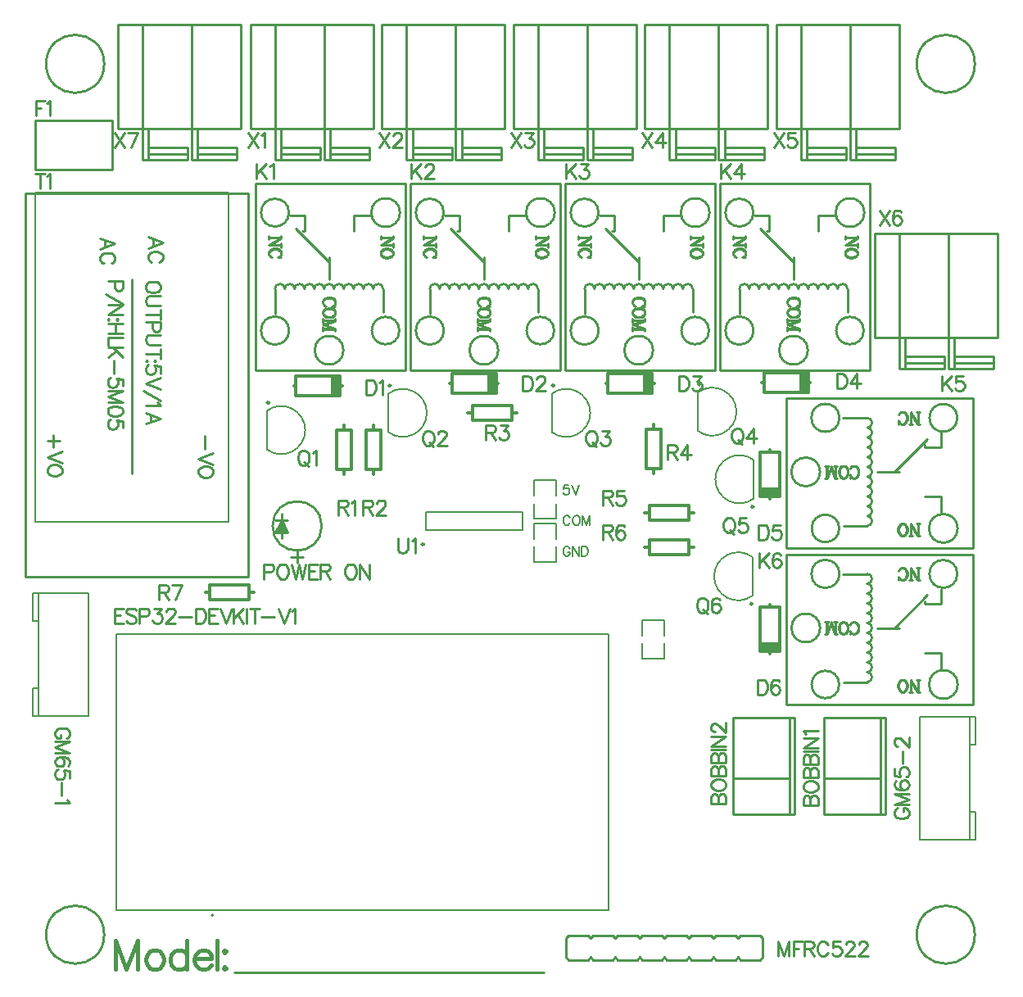
<source format=gbr>
G04*
G04 #@! TF.GenerationSoftware,Altium Limited,Altium Designer,24.3.1 (35)*
G04*
G04 Layer_Color=65535*
%FSLAX25Y25*%
%MOIN*%
G70*
G04*
G04 #@! TF.SameCoordinates,1CC19C7B-97DE-4EE6-9EAD-702A75026B31*
G04*
G04*
G04 #@! TF.FilePolarity,Positive*
G04*
G01*
G75*
%ADD10C,0.00787*%
%ADD11C,0.00984*%
%ADD12C,0.01000*%
%ADD13C,0.00500*%
%ADD14C,0.01200*%
%ADD15C,0.00984*%
%ADD16C,0.01575*%
%ADD17R,0.08000X0.03000*%
%ADD18R,0.03000X0.08000*%
D10*
X75894Y27535D02*
G03*
X75894Y27535I-394J0D01*
G01*
X295406Y173295D02*
G03*
X295406Y157705I-5906J-7795D01*
G01*
X97594Y217205D02*
G03*
X97594Y232795I5906J7795D01*
G01*
X147095Y224205D02*
G03*
X147095Y239795I5906J7795D01*
G01*
X213595Y224205D02*
G03*
X213595Y239795I5906J7795D01*
G01*
X273095Y224705D02*
G03*
X273095Y240295I5906J7795D01*
G01*
X295905Y212795D02*
G03*
X295905Y197205I-5906J-7795D01*
G01*
X295406Y157705D02*
Y173295D01*
X201685Y184457D02*
Y191543D01*
X162315Y184457D02*
Y191543D01*
X201685D01*
X162315Y184457D02*
X201685D01*
X97594Y217205D02*
Y232795D01*
X147094Y224205D02*
Y239795D01*
X213594Y224205D02*
Y239795D01*
X273094Y224705D02*
Y240295D01*
X295906Y197205D02*
Y212795D01*
X386098Y58382D02*
Y69602D01*
X383736Y58382D02*
Y69504D01*
Y69701D02*
X386000D01*
X363500Y58382D02*
Y88382D01*
Y58382D02*
X386098D01*
X383736Y69504D02*
Y77476D01*
X363500Y78382D02*
Y98461D01*
X383736Y100783D02*
Y108362D01*
Y77654D02*
Y100783D01*
X363500Y108461D02*
X386098D01*
X363500Y88382D02*
Y108461D01*
X386030Y97132D02*
Y108352D01*
X383717Y97152D02*
X385980D01*
X2402Y147398D02*
Y158618D01*
X4764Y147496D02*
Y158618D01*
X2500Y147299D02*
X4764D01*
X25000Y128618D02*
Y158618D01*
X2402D02*
X25000D01*
X4764Y139524D02*
Y147496D01*
X25000Y118539D02*
Y138618D01*
X4764Y108638D02*
Y116217D01*
Y139346D01*
X2402Y108539D02*
X25000D01*
Y128618D01*
X2470Y108648D02*
Y119868D01*
X2520Y119848D02*
X4783D01*
X215528Y180835D02*
Y187134D01*
Y171386D02*
Y177685D01*
X206472Y180835D02*
Y187134D01*
Y171386D02*
Y177685D01*
Y187134D02*
X215528D01*
X206472Y171386D02*
X215528D01*
X206472Y188866D02*
Y195165D01*
Y198315D02*
Y204614D01*
X215528Y188866D02*
Y195165D01*
Y198315D02*
Y204614D01*
X206472Y188866D02*
X215528D01*
X206472Y204614D02*
X215528D01*
X259528Y141335D02*
Y147634D01*
Y131886D02*
Y138185D01*
X250472Y141335D02*
Y147634D01*
Y131886D02*
Y138185D01*
Y147634D02*
X259528D01*
X250472Y131886D02*
X259528D01*
X221099Y176786D02*
X220912Y177161D01*
X220537Y177536D01*
X220162Y177724D01*
X219412D01*
X219037Y177536D01*
X218662Y177161D01*
X218475Y176786D01*
X218287Y176224D01*
Y175287D01*
X218475Y174725D01*
X218662Y174350D01*
X219037Y173975D01*
X219412Y173787D01*
X220162D01*
X220537Y173975D01*
X220912Y174350D01*
X221099Y174725D01*
Y175287D01*
X220162D02*
X221099D01*
X221999Y177724D02*
Y173787D01*
Y177724D02*
X224623Y173787D01*
Y177724D02*
Y173787D01*
X225710Y177724D02*
Y173787D01*
Y177724D02*
X227022D01*
X227584Y177536D01*
X227959Y177161D01*
X228147Y176786D01*
X228334Y176224D01*
Y175287D01*
X228147Y174725D01*
X227959Y174350D01*
X227584Y173975D01*
X227022Y173787D01*
X225710D01*
X221099Y189286D02*
X220912Y189661D01*
X220537Y190036D01*
X220162Y190224D01*
X219412D01*
X219037Y190036D01*
X218662Y189661D01*
X218475Y189286D01*
X218287Y188724D01*
Y187787D01*
X218475Y187225D01*
X218662Y186850D01*
X219037Y186475D01*
X219412Y186287D01*
X220162D01*
X220537Y186475D01*
X220912Y186850D01*
X221099Y187225D01*
X223329Y190224D02*
X222955Y190036D01*
X222580Y189661D01*
X222392Y189286D01*
X222205Y188724D01*
Y187787D01*
X222392Y187225D01*
X222580Y186850D01*
X222955Y186475D01*
X223329Y186287D01*
X224079D01*
X224454Y186475D01*
X224829Y186850D01*
X225016Y187225D01*
X225204Y187787D01*
Y188724D01*
X225016Y189286D01*
X224829Y189661D01*
X224454Y190036D01*
X224079Y190224D01*
X223329D01*
X226122D02*
Y186287D01*
Y190224D02*
X227622Y186287D01*
X229121Y190224D02*
X227622Y186287D01*
X229121Y190224D02*
Y186287D01*
X220537Y202724D02*
X218662D01*
X218475Y201037D01*
X218662Y201224D01*
X219225Y201412D01*
X219787D01*
X220349Y201224D01*
X220724Y200849D01*
X220912Y200287D01*
Y199912D01*
X220724Y199350D01*
X220349Y198975D01*
X219787Y198787D01*
X219225D01*
X218662Y198975D01*
X218475Y199162D01*
X218287Y199537D01*
X221793Y202724D02*
X223292Y198787D01*
X224791Y202724D02*
X223292Y198787D01*
D11*
X295307Y154358D02*
G03*
X295307Y154358I-492J0D01*
G01*
X161646Y178551D02*
G03*
X161646Y178551I-492J0D01*
G01*
X98677Y236142D02*
G03*
X98677Y236142I-492J0D01*
G01*
X148177Y243142D02*
G03*
X148177Y243142I-492J0D01*
G01*
X214677D02*
G03*
X214677Y243142I-492J0D01*
G01*
X274177Y243642D02*
G03*
X274177Y243642I-492J0D01*
G01*
X295807Y193858D02*
G03*
X295807Y193858I-492J0D01*
G01*
D12*
X342000Y122500D02*
G03*
X344000Y124500I0J2000D01*
G01*
D02*
G03*
X342000Y126500I-2000J0D01*
G01*
D02*
G03*
X344000Y128500I0J2000D01*
G01*
D02*
G03*
X342000Y130500I-2000J0D01*
G01*
D02*
G03*
X344000Y132500I0J2000D01*
G01*
D02*
G03*
X342000Y134500I-2000J0D01*
G01*
D02*
G03*
X344000Y136500I0J2000D01*
G01*
D02*
G03*
X342000Y138500I-2000J0D01*
G01*
D02*
G03*
X344000Y140500I0J2000D01*
G01*
D02*
G03*
X342000Y142500I-2000J0D01*
G01*
D02*
G03*
X344000Y144500I0J2000D01*
G01*
D02*
G03*
X342000Y146500I-2000J0D01*
G01*
D02*
G03*
X344000Y148500I0J2000D01*
G01*
D02*
G03*
X342000Y150500I-2000J0D01*
G01*
D02*
G03*
X344000Y152500I0J2000D01*
G01*
D02*
G03*
X342000Y154500I-2000J0D01*
G01*
D02*
G03*
X344000Y156500I0J2000D01*
G01*
D02*
G03*
X342000Y158500I-2000J0D01*
G01*
D02*
G03*
X344000Y160500I0J2000D01*
G01*
D02*
G03*
X342000Y162500I-2000J0D01*
G01*
D02*
G03*
X344000Y164500I0J2000D01*
G01*
D02*
G03*
X342000Y166500I-2000J0D01*
G01*
X378657D02*
G03*
X378657Y166500I-5657J0D01*
G01*
X378831Y121500D02*
G03*
X378831Y121500I-5831J0D01*
G01*
X330701Y166500D02*
G03*
X330701Y166500I-5701J0D01*
G01*
X322831Y144500D02*
G03*
X322831Y144500I-5831J0D01*
G01*
X330590Y121500D02*
G03*
X330590Y121500I-5590J0D01*
G01*
X120000Y186000D02*
G03*
X120000Y186000I-10000J0D01*
G01*
X330590Y185000D02*
G03*
X330590Y185000I-5590J0D01*
G01*
X322831Y208000D02*
G03*
X322831Y208000I-5831J0D01*
G01*
X330701Y230000D02*
G03*
X330701Y230000I-5701J0D01*
G01*
X378831Y185000D02*
G03*
X378831Y185000I-5831J0D01*
G01*
X378657Y230000D02*
G03*
X378657Y230000I-5657J0D01*
G01*
X344000Y228000D02*
G03*
X342000Y230000I-2000J0D01*
G01*
Y226000D02*
G03*
X344000Y228000I0J2000D01*
G01*
Y224000D02*
G03*
X342000Y226000I-2000J0D01*
G01*
Y222000D02*
G03*
X344000Y224000I0J2000D01*
G01*
Y220000D02*
G03*
X342000Y222000I-2000J0D01*
G01*
Y218000D02*
G03*
X344000Y220000I0J2000D01*
G01*
Y216000D02*
G03*
X342000Y218000I-2000J0D01*
G01*
Y214000D02*
G03*
X344000Y216000I0J2000D01*
G01*
Y212000D02*
G03*
X342000Y214000I-2000J0D01*
G01*
Y210000D02*
G03*
X344000Y212000I0J2000D01*
G01*
Y208000D02*
G03*
X342000Y210000I-2000J0D01*
G01*
Y206000D02*
G03*
X344000Y208000I0J2000D01*
G01*
Y204000D02*
G03*
X342000Y206000I-2000J0D01*
G01*
Y202000D02*
G03*
X344000Y204000I0J2000D01*
G01*
Y200000D02*
G03*
X342000Y202000I-2000J0D01*
G01*
Y198000D02*
G03*
X344000Y200000I0J2000D01*
G01*
Y196000D02*
G03*
X342000Y198000I-2000J0D01*
G01*
Y194000D02*
G03*
X344000Y196000I0J2000D01*
G01*
Y192000D02*
G03*
X342000Y194000I-2000J0D01*
G01*
Y190000D02*
G03*
X344000Y192000I0J2000D01*
G01*
Y188000D02*
G03*
X342000Y190000I-2000J0D01*
G01*
Y186000D02*
G03*
X344000Y188000I0J2000D01*
G01*
X151590Y265500D02*
G03*
X151590Y265500I-5590J0D01*
G01*
X128831Y257500D02*
G03*
X128831Y257500I-5831J0D01*
G01*
X106701Y265500D02*
G03*
X106701Y265500I-5701J0D01*
G01*
X151831Y313500D02*
G03*
X151831Y313500I-5831J0D01*
G01*
X106657D02*
G03*
X106657Y313500I-5657J0D01*
G01*
X103000Y284500D02*
G03*
X101000Y282500I0J-2000D01*
G01*
X105000D02*
G03*
X103000Y284500I-2000J0D01*
G01*
X107000D02*
G03*
X105000Y282500I0J-2000D01*
G01*
X109000D02*
G03*
X107000Y284500I-2000J0D01*
G01*
X111000D02*
G03*
X109000Y282500I0J-2000D01*
G01*
X113000D02*
G03*
X111000Y284500I-2000J0D01*
G01*
X115000D02*
G03*
X113000Y282500I0J-2000D01*
G01*
X117000D02*
G03*
X115000Y284500I-2000J0D01*
G01*
X119000D02*
G03*
X117000Y282500I0J-2000D01*
G01*
X121000D02*
G03*
X119000Y284500I-2000J0D01*
G01*
X123000D02*
G03*
X121000Y282500I0J-2000D01*
G01*
X125000D02*
G03*
X123000Y284500I-2000J0D01*
G01*
X127000D02*
G03*
X125000Y282500I0J-2000D01*
G01*
X129000D02*
G03*
X127000Y284500I-2000J0D01*
G01*
X131000D02*
G03*
X129000Y282500I0J-2000D01*
G01*
X133000D02*
G03*
X131000Y284500I-2000J0D01*
G01*
X135000D02*
G03*
X133000Y282500I0J-2000D01*
G01*
X137000D02*
G03*
X135000Y284500I-2000J0D01*
G01*
X139000D02*
G03*
X137000Y282500I0J-2000D01*
G01*
X141000D02*
G03*
X139000Y284500I-2000J0D01*
G01*
X143000D02*
G03*
X141000Y282500I0J-2000D01*
G01*
X145000D02*
G03*
X143000Y284500I-2000J0D01*
G01*
X214590Y265500D02*
G03*
X214590Y265500I-5590J0D01*
G01*
X191831Y257500D02*
G03*
X191831Y257500I-5831J0D01*
G01*
X169701Y265500D02*
G03*
X169701Y265500I-5701J0D01*
G01*
X214831Y313500D02*
G03*
X214831Y313500I-5831J0D01*
G01*
X169657D02*
G03*
X169657Y313500I-5657J0D01*
G01*
X166000Y284500D02*
G03*
X164000Y282500I0J-2000D01*
G01*
X168000D02*
G03*
X166000Y284500I-2000J0D01*
G01*
X170000D02*
G03*
X168000Y282500I0J-2000D01*
G01*
X172000D02*
G03*
X170000Y284500I-2000J0D01*
G01*
X174000D02*
G03*
X172000Y282500I0J-2000D01*
G01*
X176000D02*
G03*
X174000Y284500I-2000J0D01*
G01*
X178000D02*
G03*
X176000Y282500I0J-2000D01*
G01*
X180000D02*
G03*
X178000Y284500I-2000J0D01*
G01*
X182000D02*
G03*
X180000Y282500I0J-2000D01*
G01*
X184000D02*
G03*
X182000Y284500I-2000J0D01*
G01*
X186000D02*
G03*
X184000Y282500I0J-2000D01*
G01*
X188000D02*
G03*
X186000Y284500I-2000J0D01*
G01*
X190000D02*
G03*
X188000Y282500I0J-2000D01*
G01*
X192000D02*
G03*
X190000Y284500I-2000J0D01*
G01*
X194000D02*
G03*
X192000Y282500I0J-2000D01*
G01*
X196000D02*
G03*
X194000Y284500I-2000J0D01*
G01*
X198000D02*
G03*
X196000Y282500I0J-2000D01*
G01*
X200000D02*
G03*
X198000Y284500I-2000J0D01*
G01*
X202000D02*
G03*
X200000Y282500I0J-2000D01*
G01*
X204000D02*
G03*
X202000Y284500I-2000J0D01*
G01*
X206000D02*
G03*
X204000Y282500I0J-2000D01*
G01*
X208000D02*
G03*
X206000Y284500I-2000J0D01*
G01*
X277590Y265500D02*
G03*
X277590Y265500I-5590J0D01*
G01*
X254831Y257500D02*
G03*
X254831Y257500I-5831J0D01*
G01*
X232701Y265500D02*
G03*
X232701Y265500I-5701J0D01*
G01*
X277831Y313500D02*
G03*
X277831Y313500I-5831J0D01*
G01*
X232657D02*
G03*
X232657Y313500I-5657J0D01*
G01*
X229000Y284500D02*
G03*
X227000Y282500I0J-2000D01*
G01*
X231000D02*
G03*
X229000Y284500I-2000J0D01*
G01*
X233000D02*
G03*
X231000Y282500I0J-2000D01*
G01*
X235000D02*
G03*
X233000Y284500I-2000J0D01*
G01*
X237000D02*
G03*
X235000Y282500I0J-2000D01*
G01*
X239000D02*
G03*
X237000Y284500I-2000J0D01*
G01*
X241000D02*
G03*
X239000Y282500I0J-2000D01*
G01*
X243000D02*
G03*
X241000Y284500I-2000J0D01*
G01*
X245000D02*
G03*
X243000Y282500I0J-2000D01*
G01*
X247000D02*
G03*
X245000Y284500I-2000J0D01*
G01*
X249000D02*
G03*
X247000Y282500I0J-2000D01*
G01*
X251000D02*
G03*
X249000Y284500I-2000J0D01*
G01*
X253000D02*
G03*
X251000Y282500I0J-2000D01*
G01*
X255000D02*
G03*
X253000Y284500I-2000J0D01*
G01*
X257000D02*
G03*
X255000Y282500I0J-2000D01*
G01*
X259000D02*
G03*
X257000Y284500I-2000J0D01*
G01*
X261000D02*
G03*
X259000Y282500I0J-2000D01*
G01*
X263000D02*
G03*
X261000Y284500I-2000J0D01*
G01*
X265000D02*
G03*
X263000Y282500I0J-2000D01*
G01*
X267000D02*
G03*
X265000Y284500I-2000J0D01*
G01*
X269000D02*
G03*
X267000Y282500I0J-2000D01*
G01*
X271000D02*
G03*
X269000Y284500I-2000J0D01*
G01*
X340590Y265500D02*
G03*
X340590Y265500I-5590J0D01*
G01*
X317831Y257500D02*
G03*
X317831Y257500I-5831J0D01*
G01*
X295701Y265500D02*
G03*
X295701Y265500I-5701J0D01*
G01*
X340831Y313500D02*
G03*
X340831Y313500I-5831J0D01*
G01*
X295657D02*
G03*
X295657Y313500I-5657J0D01*
G01*
X292000Y284500D02*
G03*
X290000Y282500I0J-2000D01*
G01*
X294000D02*
G03*
X292000Y284500I-2000J0D01*
G01*
X296000D02*
G03*
X294000Y282500I0J-2000D01*
G01*
X298000D02*
G03*
X296000Y284500I-2000J0D01*
G01*
X300000D02*
G03*
X298000Y282500I0J-2000D01*
G01*
X302000D02*
G03*
X300000Y284500I-2000J0D01*
G01*
X304000D02*
G03*
X302000Y282500I0J-2000D01*
G01*
X306000D02*
G03*
X304000Y284500I-2000J0D01*
G01*
X308000D02*
G03*
X306000Y282500I0J-2000D01*
G01*
X310000D02*
G03*
X308000Y284500I-2000J0D01*
G01*
X312000D02*
G03*
X310000Y282500I0J-2000D01*
G01*
X314000D02*
G03*
X312000Y284500I-2000J0D01*
G01*
X316000D02*
G03*
X314000Y282500I0J-2000D01*
G01*
X318000D02*
G03*
X316000Y284500I-2000J0D01*
G01*
X320000D02*
G03*
X318000Y282500I0J-2000D01*
G01*
X322000D02*
G03*
X320000Y284500I-2000J0D01*
G01*
X324000D02*
G03*
X322000Y282500I0J-2000D01*
G01*
X326000D02*
G03*
X324000Y284500I-2000J0D01*
G01*
X328000D02*
G03*
X326000Y282500I0J-2000D01*
G01*
X330000D02*
G03*
X328000Y284500I-2000J0D01*
G01*
X332000D02*
G03*
X330000Y282500I0J-2000D01*
G01*
X334000D02*
G03*
X332000Y284500I-2000J0D01*
G01*
X31496Y19685D02*
G03*
X31496Y19685I-11811J0D01*
G01*
Y374016D02*
G03*
X31496Y374016I-11811J0D01*
G01*
X385827D02*
G03*
X385827Y374016I-11811J0D01*
G01*
Y19685D02*
G03*
X385827Y19685I-11811J0D01*
G01*
X-500Y321500D02*
X90000D01*
X90061Y321439D01*
Y165256D02*
Y321439D01*
X-490Y165256D02*
X90061D01*
X-490D02*
Y321063D01*
X84500Y4500D02*
X210484D01*
X364500Y250000D02*
X371000D01*
X395000Y262779D02*
Y305000D01*
X355000Y262779D02*
X395000D01*
X355000D02*
Y305000D01*
X395000D01*
X375000Y262779D02*
Y305000D01*
X345000D02*
X355000D01*
X345000Y262779D02*
X355000D01*
X345000D02*
Y305000D01*
X364500Y252500D02*
X371000D01*
X355000Y250000D02*
Y262779D01*
Y250000D02*
X357500D01*
Y262500D01*
X373500Y250000D02*
Y255000D01*
X357500Y252500D02*
X373500D01*
X357500Y250000D02*
X373500D01*
X357500Y255000D02*
X373500D01*
X384500Y250000D02*
X391000D01*
X384500Y252500D02*
X391000D01*
X375000Y250000D02*
Y262779D01*
Y250000D02*
X377500D01*
Y262500D01*
X393500Y250000D02*
Y255000D01*
X377500Y252500D02*
X393500D01*
X377500Y250000D02*
X393500D01*
X377500Y255000D02*
X393500D01*
X332500Y122500D02*
X342000D01*
X332000Y166500D02*
X342000D01*
X365500Y154500D02*
Y155500D01*
X353000Y144500D02*
X366500Y158000D01*
X365500Y134500D02*
X372000D01*
Y127500D02*
Y134500D01*
X365500Y154500D02*
X372000D01*
Y160500D01*
X346000Y144500D02*
X355000D01*
X384937Y113500D02*
Y174500D01*
X309000D02*
X384937D01*
X309000Y113500D02*
Y174500D01*
Y113500D02*
X384937D01*
X107500Y173500D02*
X112500D01*
X110000Y171000D02*
Y176000D01*
X103750Y181000D02*
Y191000D01*
X101250Y183500D02*
X106250D01*
X103750Y188500D02*
X106250Y183500D01*
X101250D02*
X103750Y188500D01*
X101250D02*
X106250D01*
X101722Y184445D02*
X105856Y184288D01*
X104550Y184338D02*
X104696Y186608D01*
X102882Y186764D02*
X102937Y184399D01*
X309000Y177000D02*
X384937D01*
X309000D02*
Y238000D01*
X384937D01*
Y177000D02*
Y238000D01*
X346000Y208000D02*
X355000D01*
X372000Y218000D02*
Y224000D01*
X365500Y218000D02*
X372000D01*
Y191000D02*
Y198000D01*
X365500D02*
X372000D01*
X353000Y208000D02*
X366500Y221500D01*
X365500Y218000D02*
Y219000D01*
X332000Y230000D02*
X342000D01*
X332500Y186000D02*
X342000D01*
X324736Y83500D02*
X347374D01*
X349343Y68657D02*
Y108028D01*
X324539Y68657D02*
Y108028D01*
Y68657D02*
X349343D01*
X324539Y108028D02*
X349343D01*
X347374Y68657D02*
Y108028D01*
X287736Y83500D02*
X310374D01*
X312343Y68657D02*
Y108028D01*
X287539Y68657D02*
Y108028D01*
Y68657D02*
X312343D01*
X287539Y108028D02*
X312343D01*
X310374Y68657D02*
Y108028D01*
X299500Y14500D02*
Y18437D01*
Y10563D02*
Y14500D01*
X294500Y19500D02*
X298437D01*
X294500Y9500D02*
X298437D01*
X290563Y19500D02*
X294500D01*
X290563Y9500D02*
X294500D01*
X289500Y18437D02*
X290563Y19500D01*
X298437D02*
X299500Y18437D01*
X298437Y9500D02*
X299500Y10563D01*
X289500D02*
X290563Y9500D01*
X284500Y19500D02*
X288437D01*
X284500Y9500D02*
X288437D01*
X280563Y19500D02*
X284500D01*
X280563Y9500D02*
X284500D01*
X279500Y18437D02*
X280563Y19500D01*
X288437D02*
X289500Y18437D01*
X288437Y9500D02*
X289500Y10563D01*
X279500D02*
X280563Y9500D01*
X274500Y19500D02*
X278437D01*
X274500Y9500D02*
X278437D01*
X270563Y19500D02*
X274500D01*
X270563Y9500D02*
X274500D01*
X269500Y18437D02*
X270563Y19500D01*
X278437D02*
X279500Y18437D01*
X278437Y9500D02*
X279500Y10563D01*
X269500D02*
X270563Y9500D01*
X264500Y19500D02*
X268437D01*
X264500Y9500D02*
X268437D01*
X260563Y19500D02*
X264500D01*
X260563Y9500D02*
X264500D01*
X259500Y18437D02*
X260563Y19500D01*
X268437D02*
X269500Y18437D01*
X268437Y9500D02*
X269500Y10563D01*
X259500D02*
X260563Y9500D01*
X254500Y19500D02*
X258437D01*
X254500Y9500D02*
X258437D01*
X250563Y19500D02*
X254500D01*
X250563Y9500D02*
X254500D01*
X249500Y18437D02*
X250563Y19500D01*
X258437D02*
X259500Y18437D01*
X258437Y9500D02*
X259500Y10563D01*
X249500D02*
X250563Y9500D01*
X244500Y19500D02*
X248437D01*
X244500Y9500D02*
X248437D01*
X240563Y19500D02*
X244500D01*
X240563Y9500D02*
X244500D01*
X239500Y18437D02*
X240563Y19500D01*
X248437D02*
X249500Y18437D01*
X248437Y9500D02*
X249500Y10563D01*
X239500D02*
X240563Y9500D01*
X234500Y19500D02*
X238437D01*
X234500Y9500D02*
X238437D01*
X230563Y19500D02*
X234500D01*
X230563Y9500D02*
X234500D01*
X229500Y18437D02*
X230563Y19500D01*
X238437D02*
X239500Y18437D01*
X238437Y9500D02*
X239500Y10563D01*
X229500D02*
X230563Y9500D01*
X219500Y10563D02*
Y14500D01*
Y18437D01*
X224500Y19500D02*
X228437D01*
X224500Y9500D02*
X228437D01*
X220563Y19500D02*
X224500D01*
X220563Y9500D02*
X224500D01*
X219500Y18437D02*
X220563Y19500D01*
X228437D02*
X229500Y18437D01*
X228437Y9500D02*
X229500Y10563D01*
X219500D02*
X220563Y9500D01*
X154000Y249500D02*
Y325437D01*
X93000Y249500D02*
X154000D01*
X93000D02*
Y325437D01*
X154000D01*
X123000Y286500D02*
Y295500D01*
X107000Y312500D02*
X113000D01*
Y306000D02*
Y312500D01*
X133000D02*
X140000D01*
X133000Y306000D02*
Y312500D01*
X109500Y307000D02*
X123000Y293500D01*
X112000Y306000D02*
X113000D01*
X101000Y272500D02*
Y282500D01*
X145000Y273000D02*
Y282500D01*
X217000Y249500D02*
Y325437D01*
X156000Y249500D02*
X217000D01*
X156000D02*
Y325437D01*
X217000D01*
X186000Y286500D02*
Y295500D01*
X170000Y312500D02*
X176000D01*
Y306000D02*
Y312500D01*
X196000D02*
X203000D01*
X196000Y306000D02*
Y312500D01*
X172500Y307000D02*
X186000Y293500D01*
X175000Y306000D02*
X176000D01*
X164000Y272500D02*
Y282500D01*
X208000Y273000D02*
Y282500D01*
X280000Y249500D02*
Y325437D01*
X219000Y249500D02*
X280000D01*
X219000D02*
Y325437D01*
X280000D01*
X249000Y286500D02*
Y295500D01*
X233000Y312500D02*
X239000D01*
Y306000D02*
Y312500D01*
X259000D02*
X266000D01*
X259000Y306000D02*
Y312500D01*
X235500Y307000D02*
X249000Y293500D01*
X238000Y306000D02*
X239000D01*
X227000Y272500D02*
Y282500D01*
X271000Y273000D02*
Y282500D01*
X343000Y249500D02*
Y325437D01*
X282000Y249500D02*
X343000D01*
X282000D02*
Y325437D01*
X343000D01*
X312000Y286500D02*
Y295500D01*
X296000Y312500D02*
X302000D01*
Y306000D02*
Y312500D01*
X322000D02*
X329000D01*
X322000Y306000D02*
Y312500D01*
X298500Y307000D02*
X312000Y293500D01*
X301000Y306000D02*
X302000D01*
X290000Y272500D02*
Y282500D01*
X334000Y273000D02*
Y282500D01*
X42685Y207500D02*
Y286240D01*
X56500Y335000D02*
X63000D01*
X87000Y347780D02*
Y390000D01*
X47000Y347780D02*
X87000D01*
X47000D02*
Y390000D01*
X87000D01*
X67000Y347780D02*
Y390000D01*
X37000D02*
X47000D01*
X37000Y347780D02*
X47000D01*
X37000D02*
Y390000D01*
X56500Y337500D02*
X63000D01*
X47000Y335000D02*
Y347780D01*
Y335000D02*
X49500D01*
Y347500D01*
X65500Y335000D02*
Y340000D01*
X49500Y337500D02*
X65500D01*
X49500Y335000D02*
X65500D01*
X49500Y340000D02*
X65500D01*
X76500Y335000D02*
X83000D01*
X76500Y337500D02*
X83000D01*
X67000Y335000D02*
Y347780D01*
Y335000D02*
X69500D01*
Y347500D01*
X85500Y335000D02*
Y340000D01*
X69500Y337500D02*
X85500D01*
X69500Y335000D02*
X85500D01*
X69500Y340000D02*
X85500D01*
X110500Y335000D02*
X117000D01*
X141000Y347780D02*
Y390000D01*
X101000Y347780D02*
X141000D01*
X101000D02*
Y390000D01*
X141000D01*
X121000Y347780D02*
Y390000D01*
X91000D02*
X101000D01*
X91000Y347780D02*
X101000D01*
X91000D02*
Y390000D01*
X110500Y337500D02*
X117000D01*
X101000Y335000D02*
Y347780D01*
Y335000D02*
X103500D01*
Y347500D01*
X119500Y335000D02*
Y340000D01*
X103500Y337500D02*
X119500D01*
X103500Y335000D02*
X119500D01*
X103500Y340000D02*
X119500D01*
X130500Y335000D02*
X137000D01*
X130500Y337500D02*
X137000D01*
X121000Y335000D02*
Y347780D01*
Y335000D02*
X123500D01*
Y347500D01*
X139500Y335000D02*
Y340000D01*
X123500Y337500D02*
X139500D01*
X123500Y335000D02*
X139500D01*
X123500Y340000D02*
X139500D01*
X164000Y335000D02*
X170500D01*
X194500Y347780D02*
Y390000D01*
X154500Y347780D02*
X194500D01*
X154500D02*
Y390000D01*
X194500D01*
X174500Y347780D02*
Y390000D01*
X144500D02*
X154500D01*
X144500Y347780D02*
X154500D01*
X144500D02*
Y390000D01*
X164000Y337500D02*
X170500D01*
X154500Y335000D02*
Y347780D01*
Y335000D02*
X157000D01*
Y347500D01*
X173000Y335000D02*
Y340000D01*
X157000Y337500D02*
X173000D01*
X157000Y335000D02*
X173000D01*
X157000Y340000D02*
X173000D01*
X184000Y335000D02*
X190500D01*
X184000Y337500D02*
X190500D01*
X174500Y335000D02*
Y347780D01*
Y335000D02*
X177000D01*
Y347500D01*
X193000Y335000D02*
Y340000D01*
X177000Y337500D02*
X193000D01*
X177000Y335000D02*
X193000D01*
X177000Y340000D02*
X193000D01*
X217500Y335000D02*
X224000D01*
X248000Y347780D02*
Y390000D01*
X208000Y347780D02*
X248000D01*
X208000D02*
Y390000D01*
X248000D01*
X228000Y347780D02*
Y390000D01*
X198000D02*
X208000D01*
X198000Y347780D02*
X208000D01*
X198000D02*
Y390000D01*
X217500Y337500D02*
X224000D01*
X208000Y335000D02*
Y347780D01*
Y335000D02*
X210500D01*
Y347500D01*
X226500Y335000D02*
Y340000D01*
X210500Y337500D02*
X226500D01*
X210500Y335000D02*
X226500D01*
X210500Y340000D02*
X226500D01*
X237500Y335000D02*
X244000D01*
X237500Y337500D02*
X244000D01*
X228000Y335000D02*
Y347780D01*
Y335000D02*
X230500D01*
Y347500D01*
X246500Y335000D02*
Y340000D01*
X230500Y337500D02*
X246500D01*
X230500Y335000D02*
X246500D01*
X230500Y340000D02*
X246500D01*
X271000Y335000D02*
X277500D01*
X301500Y347780D02*
Y390000D01*
X261500Y347780D02*
X301500D01*
X261500D02*
Y390000D01*
X301500D01*
X281500Y347780D02*
Y390000D01*
X251500D02*
X261500D01*
X251500Y347780D02*
X261500D01*
X251500D02*
Y390000D01*
X271000Y337500D02*
X277500D01*
X261500Y335000D02*
Y347780D01*
Y335000D02*
X264000D01*
Y347500D01*
X280000Y335000D02*
Y340000D01*
X264000Y337500D02*
X280000D01*
X264000Y335000D02*
X280000D01*
X264000Y340000D02*
X280000D01*
X291000Y335000D02*
X297500D01*
X291000Y337500D02*
X297500D01*
X281500Y335000D02*
Y347780D01*
Y335000D02*
X284000D01*
Y347500D01*
X300000Y335000D02*
Y340000D01*
X284000Y337500D02*
X300000D01*
X284000Y335000D02*
X300000D01*
X284000Y340000D02*
X300000D01*
X324500Y335000D02*
X331000D01*
X355000Y347780D02*
Y390000D01*
X315000Y347780D02*
X355000D01*
X315000D02*
Y390000D01*
X355000D01*
X335000Y347780D02*
Y390000D01*
X305000D02*
X315000D01*
X305000Y347780D02*
X315000D01*
X305000D02*
Y390000D01*
X324500Y337500D02*
X331000D01*
X315000Y335000D02*
Y347780D01*
Y335000D02*
X317500D01*
Y347500D01*
X333500Y335000D02*
Y340000D01*
X317500Y337500D02*
X333500D01*
X317500Y335000D02*
X333500D01*
X317500Y340000D02*
X333500D01*
X344500Y335000D02*
X351000D01*
X344500Y337500D02*
X351000D01*
X335000Y335000D02*
Y347780D01*
Y335000D02*
X337500D01*
Y347500D01*
X353500Y335000D02*
Y340000D01*
X337500Y337500D02*
X353500D01*
X337500Y335000D02*
X353500D01*
X337500Y340000D02*
X353500D01*
X335167Y142715D02*
X334929Y143429D01*
Y142001D01*
X335167Y142715D01*
X335644Y142239D01*
X336358Y142001D01*
X336834D01*
X337548Y142239D01*
X338024Y142715D01*
X338262Y143191D01*
X338500Y143905D01*
Y145096D01*
X338262Y145810D01*
X338024Y146286D01*
X337548Y146762D01*
X336834Y147000D01*
X336358D01*
X335644Y146762D01*
X335167Y146286D01*
X334929Y145810D01*
X336834Y142001D02*
X337310Y142239D01*
X337786Y142715D01*
X338024Y143191D01*
X338262Y143905D01*
Y145096D01*
X338024Y145810D01*
X337786Y146286D01*
X337310Y146762D01*
X336834Y147000D01*
X332549Y142001D02*
X333263Y142239D01*
X333739Y142715D01*
X333977Y143191D01*
X334215Y144143D01*
Y144858D01*
X333977Y145810D01*
X333739Y146286D01*
X333263Y146762D01*
X332549Y147000D01*
X332073D01*
X331359Y146762D01*
X330883Y146286D01*
X330644Y145810D01*
X330406Y144858D01*
Y144143D01*
X330644Y143191D01*
X330883Y142715D01*
X331359Y142239D01*
X332073Y142001D01*
X332549D01*
X333025Y142239D01*
X333501Y142715D01*
X333739Y143191D01*
X333977Y144143D01*
Y144858D01*
X333739Y145810D01*
X333501Y146286D01*
X333025Y146762D01*
X332549Y147000D01*
X332073D02*
X331597Y146762D01*
X331121Y146286D01*
X330883Y145810D01*
X330644Y144858D01*
Y144143D01*
X330883Y143191D01*
X331121Y142715D01*
X331597Y142239D01*
X332073Y142001D01*
X329002D02*
Y147000D01*
X328764Y142001D02*
X327336Y146286D01*
X329002Y142001D02*
X327336Y147000D01*
X325669Y142001D02*
X327336Y147000D01*
X325669Y142001D02*
Y147000D01*
X325431Y142001D02*
Y147000D01*
X329716Y142001D02*
X328764D01*
X325669D02*
X324717D01*
X329716Y147000D02*
X328288D01*
X326383D02*
X324717D01*
X362786Y164001D02*
Y169000D01*
X362548Y164001D02*
X359691Y168524D01*
X362548Y164477D02*
X359691Y169000D01*
Y164001D02*
Y169000D01*
X363500Y164001D02*
X362548D01*
X360405D02*
X358977D01*
X363500Y169000D02*
X362072D01*
X355026Y164715D02*
X354788Y165429D01*
Y164001D01*
X355026Y164715D01*
X355502Y164239D01*
X356216Y164001D01*
X356692D01*
X357406Y164239D01*
X357882Y164715D01*
X358120Y165191D01*
X358358Y165905D01*
Y167096D01*
X358120Y167810D01*
X357882Y168286D01*
X357406Y168762D01*
X356692Y169000D01*
X356216D01*
X355502Y168762D01*
X355026Y168286D01*
X354788Y167810D01*
X356692Y164001D02*
X357168Y164239D01*
X357644Y164715D01*
X357882Y165191D01*
X358120Y165905D01*
Y167096D01*
X357882Y167810D01*
X357644Y168286D01*
X357168Y168762D01*
X356692Y169000D01*
X362786Y118501D02*
Y123500D01*
X362548Y118501D02*
X359691Y123024D01*
X362548Y118977D02*
X359691Y123500D01*
Y118501D02*
Y123500D01*
X363500Y118501D02*
X362548D01*
X360405D02*
X358977D01*
X363500Y123500D02*
X362072D01*
X356692Y118501D02*
X357406Y118739D01*
X357882Y119215D01*
X358120Y119691D01*
X358358Y120643D01*
Y121358D01*
X358120Y122310D01*
X357882Y122786D01*
X357406Y123262D01*
X356692Y123500D01*
X356216D01*
X355502Y123262D01*
X355026Y122786D01*
X354788Y122310D01*
X354550Y121358D01*
Y120643D01*
X354788Y119691D01*
X355026Y119215D01*
X355502Y118739D01*
X356216Y118501D01*
X356692D01*
X357168Y118739D01*
X357644Y119215D01*
X357882Y119691D01*
X358120Y120643D01*
Y121358D01*
X357882Y122310D01*
X357644Y122786D01*
X357168Y123262D01*
X356692Y123500D01*
X356216D02*
X355740Y123262D01*
X355264Y122786D01*
X355026Y122310D01*
X354788Y121358D01*
Y120643D01*
X355026Y119691D01*
X355264Y119215D01*
X355740Y118739D01*
X356216Y118501D01*
X362786Y182001D02*
Y187000D01*
X362548Y182001D02*
X359691Y186524D01*
X362548Y182477D02*
X359691Y187000D01*
Y182001D02*
Y187000D01*
X363500Y182001D02*
X362548D01*
X360405D02*
X358977D01*
X363500Y187000D02*
X362072D01*
X356692Y182001D02*
X357406Y182239D01*
X357882Y182715D01*
X358120Y183191D01*
X358358Y184143D01*
Y184858D01*
X358120Y185810D01*
X357882Y186286D01*
X357406Y186762D01*
X356692Y187000D01*
X356216D01*
X355502Y186762D01*
X355026Y186286D01*
X354788Y185810D01*
X354550Y184858D01*
Y184143D01*
X354788Y183191D01*
X355026Y182715D01*
X355502Y182239D01*
X356216Y182001D01*
X356692D01*
X357168Y182239D01*
X357644Y182715D01*
X357882Y183191D01*
X358120Y184143D01*
Y184858D01*
X357882Y185810D01*
X357644Y186286D01*
X357168Y186762D01*
X356692Y187000D01*
X356216D02*
X355740Y186762D01*
X355264Y186286D01*
X355026Y185810D01*
X354788Y184858D01*
Y184143D01*
X355026Y183191D01*
X355264Y182715D01*
X355740Y182239D01*
X356216Y182001D01*
X362786Y227501D02*
Y232500D01*
X362548Y227501D02*
X359691Y232024D01*
X362548Y227977D02*
X359691Y232500D01*
Y227501D02*
Y232500D01*
X363500Y227501D02*
X362548D01*
X360405D02*
X358977D01*
X363500Y232500D02*
X362072D01*
X355026Y228215D02*
X354788Y228929D01*
Y227501D01*
X355026Y228215D01*
X355502Y227739D01*
X356216Y227501D01*
X356692D01*
X357406Y227739D01*
X357882Y228215D01*
X358120Y228691D01*
X358358Y229405D01*
Y230596D01*
X358120Y231310D01*
X357882Y231786D01*
X357406Y232262D01*
X356692Y232500D01*
X356216D01*
X355502Y232262D01*
X355026Y231786D01*
X354788Y231310D01*
X356692Y227501D02*
X357168Y227739D01*
X357644Y228215D01*
X357882Y228691D01*
X358120Y229405D01*
Y230596D01*
X357882Y231310D01*
X357644Y231786D01*
X357168Y232262D01*
X356692Y232500D01*
X335167Y206215D02*
X334929Y206929D01*
Y205501D01*
X335167Y206215D01*
X335644Y205739D01*
X336358Y205501D01*
X336834D01*
X337548Y205739D01*
X338024Y206215D01*
X338262Y206691D01*
X338500Y207405D01*
Y208596D01*
X338262Y209310D01*
X338024Y209786D01*
X337548Y210262D01*
X336834Y210500D01*
X336358D01*
X335644Y210262D01*
X335167Y209786D01*
X334929Y209310D01*
X336834Y205501D02*
X337310Y205739D01*
X337786Y206215D01*
X338024Y206691D01*
X338262Y207405D01*
Y208596D01*
X338024Y209310D01*
X337786Y209786D01*
X337310Y210262D01*
X336834Y210500D01*
X332549Y205501D02*
X333263Y205739D01*
X333739Y206215D01*
X333977Y206691D01*
X334215Y207644D01*
Y208358D01*
X333977Y209310D01*
X333739Y209786D01*
X333263Y210262D01*
X332549Y210500D01*
X332073D01*
X331359Y210262D01*
X330883Y209786D01*
X330644Y209310D01*
X330406Y208358D01*
Y207644D01*
X330644Y206691D01*
X330883Y206215D01*
X331359Y205739D01*
X332073Y205501D01*
X332549D01*
X333025Y205739D01*
X333501Y206215D01*
X333739Y206691D01*
X333977Y207644D01*
Y208358D01*
X333739Y209310D01*
X333501Y209786D01*
X333025Y210262D01*
X332549Y210500D01*
X332073D02*
X331597Y210262D01*
X331121Y209786D01*
X330883Y209310D01*
X330644Y208358D01*
Y207644D01*
X330883Y206691D01*
X331121Y206215D01*
X331597Y205739D01*
X332073Y205501D01*
X329002D02*
Y210500D01*
X328764Y205501D02*
X327336Y209786D01*
X329002Y205501D02*
X327336Y210500D01*
X325669Y205501D02*
X327336Y210500D01*
X325669Y205501D02*
Y210500D01*
X325431Y205501D02*
Y210500D01*
X329716Y205501D02*
X328764D01*
X325669D02*
X324717D01*
X329716Y210500D02*
X328288D01*
X326383D02*
X324717D01*
X148999Y303286D02*
X144000D01*
X148999Y303048D02*
X144476Y300191D01*
X148523Y303048D02*
X144000Y300191D01*
X148999D02*
X144000D01*
X148999Y304000D02*
Y303048D01*
Y300905D02*
Y299477D01*
X144000Y304000D02*
Y302572D01*
X148999Y297192D02*
X148761Y297906D01*
X148285Y298382D01*
X147809Y298620D01*
X146856Y298858D01*
X146142D01*
X145190Y298620D01*
X144714Y298382D01*
X144238Y297906D01*
X144000Y297192D01*
Y296716D01*
X144238Y296002D01*
X144714Y295526D01*
X145190Y295288D01*
X146142Y295050D01*
X146856D01*
X147809Y295288D01*
X148285Y295526D01*
X148761Y296002D01*
X148999Y296716D01*
Y297192D01*
X148761Y297668D01*
X148285Y298144D01*
X147809Y298382D01*
X146856Y298620D01*
X146142D01*
X145190Y298382D01*
X144714Y298144D01*
X144238Y297668D01*
X144000Y297192D01*
Y296716D02*
X144238Y296240D01*
X144714Y295764D01*
X145190Y295526D01*
X146142Y295288D01*
X146856D01*
X147809Y295526D01*
X148285Y295764D01*
X148761Y296240D01*
X148999Y296716D01*
X103499Y303286D02*
X98500D01*
X103499Y303048D02*
X98976Y300191D01*
X103023Y303048D02*
X98500Y300191D01*
X103499D02*
X98500D01*
X103499Y304000D02*
Y303048D01*
Y300905D02*
Y299477D01*
X98500Y304000D02*
Y302572D01*
X102785Y295526D02*
X102071Y295288D01*
X103499D01*
X102785Y295526D01*
X103261Y296002D01*
X103499Y296716D01*
Y297192D01*
X103261Y297906D01*
X102785Y298382D01*
X102309Y298620D01*
X101595Y298858D01*
X100404D01*
X99690Y298620D01*
X99214Y298382D01*
X98738Y297906D01*
X98500Y297192D01*
Y296716D01*
X98738Y296002D01*
X99214Y295526D01*
X99690Y295288D01*
X103499Y297192D02*
X103261Y297668D01*
X102785Y298144D01*
X102309Y298382D01*
X101595Y298620D01*
X100404D01*
X99690Y298382D01*
X99214Y298144D01*
X98738Y297668D01*
X98500Y297192D01*
X124785Y275667D02*
X124071Y275429D01*
X125499D01*
X124785Y275667D01*
X125261Y276144D01*
X125499Y276858D01*
Y277334D01*
X125261Y278048D01*
X124785Y278524D01*
X124309Y278762D01*
X123595Y279000D01*
X122404D01*
X121690Y278762D01*
X121214Y278524D01*
X120738Y278048D01*
X120500Y277334D01*
Y276858D01*
X120738Y276144D01*
X121214Y275667D01*
X121690Y275429D01*
X125499Y277334D02*
X125261Y277810D01*
X124785Y278286D01*
X124309Y278524D01*
X123595Y278762D01*
X122404D01*
X121690Y278524D01*
X121214Y278286D01*
X120738Y277810D01*
X120500Y277334D01*
X125499Y273049D02*
X125261Y273763D01*
X124785Y274239D01*
X124309Y274477D01*
X123356Y274715D01*
X122642D01*
X121690Y274477D01*
X121214Y274239D01*
X120738Y273763D01*
X120500Y273049D01*
Y272573D01*
X120738Y271859D01*
X121214Y271383D01*
X121690Y271145D01*
X122642Y270906D01*
X123356D01*
X124309Y271145D01*
X124785Y271383D01*
X125261Y271859D01*
X125499Y272573D01*
Y273049D01*
X125261Y273525D01*
X124785Y274001D01*
X124309Y274239D01*
X123356Y274477D01*
X122642D01*
X121690Y274239D01*
X121214Y274001D01*
X120738Y273525D01*
X120500Y273049D01*
Y272573D02*
X120738Y272097D01*
X121214Y271621D01*
X121690Y271383D01*
X122642Y271145D01*
X123356D01*
X124309Y271383D01*
X124785Y271621D01*
X125261Y272097D01*
X125499Y272573D01*
Y269502D02*
X120500D01*
X125499Y269264D02*
X121214Y267836D01*
X125499Y269502D02*
X120500Y267836D01*
X125499Y266169D02*
X120500Y267836D01*
X125499Y266169D02*
X120500D01*
X125499Y265931D02*
X120500D01*
X125499Y270216D02*
Y269264D01*
Y266169D02*
Y265217D01*
X120500Y270216D02*
Y268788D01*
Y266883D02*
Y265217D01*
X211999Y303286D02*
X207000D01*
X211999Y303048D02*
X207476Y300191D01*
X211523Y303048D02*
X207000Y300191D01*
X211999D02*
X207000D01*
X211999Y304000D02*
Y303048D01*
Y300905D02*
Y299477D01*
X207000Y304000D02*
Y302572D01*
X211999Y297192D02*
X211761Y297906D01*
X211285Y298382D01*
X210809Y298620D01*
X209857Y298858D01*
X209142D01*
X208190Y298620D01*
X207714Y298382D01*
X207238Y297906D01*
X207000Y297192D01*
Y296716D01*
X207238Y296002D01*
X207714Y295526D01*
X208190Y295288D01*
X209142Y295050D01*
X209857D01*
X210809Y295288D01*
X211285Y295526D01*
X211761Y296002D01*
X211999Y296716D01*
Y297192D01*
X211761Y297668D01*
X211285Y298144D01*
X210809Y298382D01*
X209857Y298620D01*
X209142D01*
X208190Y298382D01*
X207714Y298144D01*
X207238Y297668D01*
X207000Y297192D01*
Y296716D02*
X207238Y296240D01*
X207714Y295764D01*
X208190Y295526D01*
X209142Y295288D01*
X209857D01*
X210809Y295526D01*
X211285Y295764D01*
X211761Y296240D01*
X211999Y296716D01*
X166499Y303286D02*
X161500D01*
X166499Y303048D02*
X161976Y300191D01*
X166023Y303048D02*
X161500Y300191D01*
X166499D02*
X161500D01*
X166499Y304000D02*
Y303048D01*
Y300905D02*
Y299477D01*
X161500Y304000D02*
Y302572D01*
X165785Y295526D02*
X165071Y295288D01*
X166499D01*
X165785Y295526D01*
X166261Y296002D01*
X166499Y296716D01*
Y297192D01*
X166261Y297906D01*
X165785Y298382D01*
X165309Y298620D01*
X164595Y298858D01*
X163404D01*
X162690Y298620D01*
X162214Y298382D01*
X161738Y297906D01*
X161500Y297192D01*
Y296716D01*
X161738Y296002D01*
X162214Y295526D01*
X162690Y295288D01*
X166499Y297192D02*
X166261Y297668D01*
X165785Y298144D01*
X165309Y298382D01*
X164595Y298620D01*
X163404D01*
X162690Y298382D01*
X162214Y298144D01*
X161738Y297668D01*
X161500Y297192D01*
X187785Y275667D02*
X187071Y275429D01*
X188499D01*
X187785Y275667D01*
X188261Y276144D01*
X188499Y276858D01*
Y277334D01*
X188261Y278048D01*
X187785Y278524D01*
X187309Y278762D01*
X186595Y279000D01*
X185404D01*
X184690Y278762D01*
X184214Y278524D01*
X183738Y278048D01*
X183500Y277334D01*
Y276858D01*
X183738Y276144D01*
X184214Y275667D01*
X184690Y275429D01*
X188499Y277334D02*
X188261Y277810D01*
X187785Y278286D01*
X187309Y278524D01*
X186595Y278762D01*
X185404D01*
X184690Y278524D01*
X184214Y278286D01*
X183738Y277810D01*
X183500Y277334D01*
X188499Y273049D02*
X188261Y273763D01*
X187785Y274239D01*
X187309Y274477D01*
X186356Y274715D01*
X185642D01*
X184690Y274477D01*
X184214Y274239D01*
X183738Y273763D01*
X183500Y273049D01*
Y272573D01*
X183738Y271859D01*
X184214Y271383D01*
X184690Y271145D01*
X185642Y270906D01*
X186356D01*
X187309Y271145D01*
X187785Y271383D01*
X188261Y271859D01*
X188499Y272573D01*
Y273049D01*
X188261Y273525D01*
X187785Y274001D01*
X187309Y274239D01*
X186356Y274477D01*
X185642D01*
X184690Y274239D01*
X184214Y274001D01*
X183738Y273525D01*
X183500Y273049D01*
Y272573D02*
X183738Y272097D01*
X184214Y271621D01*
X184690Y271383D01*
X185642Y271145D01*
X186356D01*
X187309Y271383D01*
X187785Y271621D01*
X188261Y272097D01*
X188499Y272573D01*
Y269502D02*
X183500D01*
X188499Y269264D02*
X184214Y267836D01*
X188499Y269502D02*
X183500Y267836D01*
X188499Y266169D02*
X183500Y267836D01*
X188499Y266169D02*
X183500D01*
X188499Y265931D02*
X183500D01*
X188499Y270216D02*
Y269264D01*
Y266169D02*
Y265217D01*
X183500Y270216D02*
Y268788D01*
Y266883D02*
Y265217D01*
X274999Y303286D02*
X270000D01*
X274999Y303048D02*
X270476Y300191D01*
X274523Y303048D02*
X270000Y300191D01*
X274999D02*
X270000D01*
X274999Y304000D02*
Y303048D01*
Y300905D02*
Y299477D01*
X270000Y304000D02*
Y302572D01*
X274999Y297192D02*
X274761Y297906D01*
X274285Y298382D01*
X273809Y298620D01*
X272856Y298858D01*
X272142D01*
X271190Y298620D01*
X270714Y298382D01*
X270238Y297906D01*
X270000Y297192D01*
Y296716D01*
X270238Y296002D01*
X270714Y295526D01*
X271190Y295288D01*
X272142Y295050D01*
X272856D01*
X273809Y295288D01*
X274285Y295526D01*
X274761Y296002D01*
X274999Y296716D01*
Y297192D01*
X274761Y297668D01*
X274285Y298144D01*
X273809Y298382D01*
X272856Y298620D01*
X272142D01*
X271190Y298382D01*
X270714Y298144D01*
X270238Y297668D01*
X270000Y297192D01*
Y296716D02*
X270238Y296240D01*
X270714Y295764D01*
X271190Y295526D01*
X272142Y295288D01*
X272856D01*
X273809Y295526D01*
X274285Y295764D01*
X274761Y296240D01*
X274999Y296716D01*
X229499Y303286D02*
X224500D01*
X229499Y303048D02*
X224976Y300191D01*
X229023Y303048D02*
X224500Y300191D01*
X229499D02*
X224500D01*
X229499Y304000D02*
Y303048D01*
Y300905D02*
Y299477D01*
X224500Y304000D02*
Y302572D01*
X228785Y295526D02*
X228071Y295288D01*
X229499D01*
X228785Y295526D01*
X229261Y296002D01*
X229499Y296716D01*
Y297192D01*
X229261Y297906D01*
X228785Y298382D01*
X228309Y298620D01*
X227595Y298858D01*
X226404D01*
X225690Y298620D01*
X225214Y298382D01*
X224738Y297906D01*
X224500Y297192D01*
Y296716D01*
X224738Y296002D01*
X225214Y295526D01*
X225690Y295288D01*
X229499Y297192D02*
X229261Y297668D01*
X228785Y298144D01*
X228309Y298382D01*
X227595Y298620D01*
X226404D01*
X225690Y298382D01*
X225214Y298144D01*
X224738Y297668D01*
X224500Y297192D01*
X250785Y275667D02*
X250071Y275429D01*
X251499D01*
X250785Y275667D01*
X251261Y276144D01*
X251499Y276858D01*
Y277334D01*
X251261Y278048D01*
X250785Y278524D01*
X250309Y278762D01*
X249595Y279000D01*
X248404D01*
X247690Y278762D01*
X247214Y278524D01*
X246738Y278048D01*
X246500Y277334D01*
Y276858D01*
X246738Y276144D01*
X247214Y275667D01*
X247690Y275429D01*
X251499Y277334D02*
X251261Y277810D01*
X250785Y278286D01*
X250309Y278524D01*
X249595Y278762D01*
X248404D01*
X247690Y278524D01*
X247214Y278286D01*
X246738Y277810D01*
X246500Y277334D01*
X251499Y273049D02*
X251261Y273763D01*
X250785Y274239D01*
X250309Y274477D01*
X249357Y274715D01*
X248642D01*
X247690Y274477D01*
X247214Y274239D01*
X246738Y273763D01*
X246500Y273049D01*
Y272573D01*
X246738Y271859D01*
X247214Y271383D01*
X247690Y271145D01*
X248642Y270906D01*
X249357D01*
X250309Y271145D01*
X250785Y271383D01*
X251261Y271859D01*
X251499Y272573D01*
Y273049D01*
X251261Y273525D01*
X250785Y274001D01*
X250309Y274239D01*
X249357Y274477D01*
X248642D01*
X247690Y274239D01*
X247214Y274001D01*
X246738Y273525D01*
X246500Y273049D01*
Y272573D02*
X246738Y272097D01*
X247214Y271621D01*
X247690Y271383D01*
X248642Y271145D01*
X249357D01*
X250309Y271383D01*
X250785Y271621D01*
X251261Y272097D01*
X251499Y272573D01*
Y269502D02*
X246500D01*
X251499Y269264D02*
X247214Y267836D01*
X251499Y269502D02*
X246500Y267836D01*
X251499Y266169D02*
X246500Y267836D01*
X251499Y266169D02*
X246500D01*
X251499Y265931D02*
X246500D01*
X251499Y270216D02*
Y269264D01*
Y266169D02*
Y265217D01*
X246500Y270216D02*
Y268788D01*
Y266883D02*
Y265217D01*
X337999Y303286D02*
X333000D01*
X337999Y303048D02*
X333476Y300191D01*
X337523Y303048D02*
X333000Y300191D01*
X337999D02*
X333000D01*
X337999Y304000D02*
Y303048D01*
Y300905D02*
Y299477D01*
X333000Y304000D02*
Y302572D01*
X337999Y297192D02*
X337761Y297906D01*
X337285Y298382D01*
X336809Y298620D01*
X335857Y298858D01*
X335142D01*
X334190Y298620D01*
X333714Y298382D01*
X333238Y297906D01*
X333000Y297192D01*
Y296716D01*
X333238Y296002D01*
X333714Y295526D01*
X334190Y295288D01*
X335142Y295050D01*
X335857D01*
X336809Y295288D01*
X337285Y295526D01*
X337761Y296002D01*
X337999Y296716D01*
Y297192D01*
X337761Y297668D01*
X337285Y298144D01*
X336809Y298382D01*
X335857Y298620D01*
X335142D01*
X334190Y298382D01*
X333714Y298144D01*
X333238Y297668D01*
X333000Y297192D01*
Y296716D02*
X333238Y296240D01*
X333714Y295764D01*
X334190Y295526D01*
X335142Y295288D01*
X335857D01*
X336809Y295526D01*
X337285Y295764D01*
X337761Y296240D01*
X337999Y296716D01*
X292499Y303286D02*
X287500D01*
X292499Y303048D02*
X287976Y300191D01*
X292023Y303048D02*
X287500Y300191D01*
X292499D02*
X287500D01*
X292499Y304000D02*
Y303048D01*
Y300905D02*
Y299477D01*
X287500Y304000D02*
Y302572D01*
X291785Y295526D02*
X291071Y295288D01*
X292499D01*
X291785Y295526D01*
X292261Y296002D01*
X292499Y296716D01*
Y297192D01*
X292261Y297906D01*
X291785Y298382D01*
X291309Y298620D01*
X290595Y298858D01*
X289404D01*
X288690Y298620D01*
X288214Y298382D01*
X287738Y297906D01*
X287500Y297192D01*
Y296716D01*
X287738Y296002D01*
X288214Y295526D01*
X288690Y295288D01*
X292499Y297192D02*
X292261Y297668D01*
X291785Y298144D01*
X291309Y298382D01*
X290595Y298620D01*
X289404D01*
X288690Y298382D01*
X288214Y298144D01*
X287738Y297668D01*
X287500Y297192D01*
X313785Y275667D02*
X313071Y275429D01*
X314499D01*
X313785Y275667D01*
X314261Y276144D01*
X314499Y276858D01*
Y277334D01*
X314261Y278048D01*
X313785Y278524D01*
X313309Y278762D01*
X312595Y279000D01*
X311404D01*
X310690Y278762D01*
X310214Y278524D01*
X309738Y278048D01*
X309500Y277334D01*
Y276858D01*
X309738Y276144D01*
X310214Y275667D01*
X310690Y275429D01*
X314499Y277334D02*
X314261Y277810D01*
X313785Y278286D01*
X313309Y278524D01*
X312595Y278762D01*
X311404D01*
X310690Y278524D01*
X310214Y278286D01*
X309738Y277810D01*
X309500Y277334D01*
X314499Y273049D02*
X314261Y273763D01*
X313785Y274239D01*
X313309Y274477D01*
X312356Y274715D01*
X311642D01*
X310690Y274477D01*
X310214Y274239D01*
X309738Y273763D01*
X309500Y273049D01*
Y272573D01*
X309738Y271859D01*
X310214Y271383D01*
X310690Y271145D01*
X311642Y270906D01*
X312356D01*
X313309Y271145D01*
X313785Y271383D01*
X314261Y271859D01*
X314499Y272573D01*
Y273049D01*
X314261Y273525D01*
X313785Y274001D01*
X313309Y274239D01*
X312356Y274477D01*
X311642D01*
X310690Y274239D01*
X310214Y274001D01*
X309738Y273525D01*
X309500Y273049D01*
Y272573D02*
X309738Y272097D01*
X310214Y271621D01*
X310690Y271383D01*
X311642Y271145D01*
X312356D01*
X313309Y271383D01*
X313785Y271621D01*
X314261Y272097D01*
X314499Y272573D01*
Y269502D02*
X309500D01*
X314499Y269264D02*
X310214Y267836D01*
X314499Y269502D02*
X309500Y267836D01*
X314499Y266169D02*
X309500Y267836D01*
X314499Y266169D02*
X309500D01*
X314499Y265931D02*
X309500D01*
X314499Y270216D02*
Y269264D01*
Y266169D02*
Y265217D01*
X309500Y270216D02*
Y268788D01*
Y266883D02*
Y265217D01*
X49343Y299056D02*
X55341Y301341D01*
X49343Y303626D01*
X51342Y302769D02*
Y299913D01*
X53913Y293371D02*
X54484Y293657D01*
X55056Y294228D01*
X55341Y294799D01*
Y295942D01*
X55056Y296513D01*
X54484Y297084D01*
X53913Y297370D01*
X53056Y297656D01*
X51628D01*
X50771Y297370D01*
X50200Y297084D01*
X49628Y296513D01*
X49343Y295942D01*
Y294799D01*
X49628Y294228D01*
X50200Y293657D01*
X50771Y293371D01*
X29842Y298555D02*
X35841Y300841D01*
X29842Y303126D01*
X31842Y302269D02*
Y299412D01*
X34413Y292871D02*
X34984Y293157D01*
X35556Y293728D01*
X35841Y294299D01*
Y295442D01*
X35556Y296013D01*
X34984Y296585D01*
X34413Y296870D01*
X33556Y297156D01*
X32128D01*
X31271Y296870D01*
X30700Y296585D01*
X30128Y296013D01*
X29842Y295442D01*
Y294299D01*
X30128Y293728D01*
X30700Y293157D01*
X31271Y292871D01*
X72413Y222626D02*
Y217484D01*
X75841Y215713D02*
X69842Y213428D01*
X75841Y211143D02*
X69842Y213428D01*
X75841Y208658D02*
X75556Y209229D01*
X74984Y209800D01*
X74413Y210086D01*
X73556Y210371D01*
X72128D01*
X71271Y210086D01*
X70700Y209800D01*
X70128Y209229D01*
X69842Y208658D01*
Y207515D01*
X70128Y206944D01*
X70700Y206372D01*
X71271Y206087D01*
X72128Y205801D01*
X73556D01*
X74413Y206087D01*
X74984Y206372D01*
X75556Y206944D01*
X75841Y207515D01*
Y208658D01*
X13484Y220555D02*
X8343D01*
X10913Y223126D02*
Y217984D01*
X14341Y216213D02*
X8343Y213928D01*
X14341Y211643D02*
X8343Y213928D01*
X14341Y209157D02*
X14056Y209729D01*
X13484Y210300D01*
X12913Y210586D01*
X12056Y210872D01*
X10628D01*
X9771Y210586D01*
X9200Y210300D01*
X8628Y209729D01*
X8343Y209157D01*
Y208015D01*
X8628Y207444D01*
X9200Y206872D01*
X9771Y206587D01*
X10628Y206301D01*
X12056D01*
X12913Y206587D01*
X13484Y206872D01*
X14056Y207444D01*
X14341Y208015D01*
Y209157D01*
X54356Y283786D02*
X54070Y284357D01*
X53499Y284929D01*
X52927Y285214D01*
X52070Y285500D01*
X50642D01*
X49785Y285214D01*
X49214Y284929D01*
X48643Y284357D01*
X48357Y283786D01*
Y282644D01*
X48643Y282072D01*
X49214Y281501D01*
X49785Y281215D01*
X50642Y280930D01*
X52070D01*
X52927Y281215D01*
X53499Y281501D01*
X54070Y282072D01*
X54356Y282644D01*
Y283786D01*
Y279530D02*
X50071D01*
X49214Y279244D01*
X48643Y278673D01*
X48357Y277816D01*
Y277245D01*
X48643Y276388D01*
X49214Y275816D01*
X50071Y275531D01*
X54356D01*
Y271874D02*
X48357D01*
X54356Y273874D02*
Y269875D01*
X51214Y269161D02*
Y266590D01*
X51499Y265733D01*
X51785Y265447D01*
X52356Y265161D01*
X53213D01*
X53784Y265447D01*
X54070Y265733D01*
X54356Y266590D01*
Y269161D01*
X48357D01*
X54356Y263819D02*
X50071D01*
X49214Y263533D01*
X48643Y262962D01*
X48357Y262105D01*
Y261534D01*
X48643Y260677D01*
X49214Y260105D01*
X50071Y259820D01*
X54356D01*
Y256163D02*
X48357D01*
X54356Y258163D02*
Y254164D01*
X52356Y253164D02*
X52070Y253450D01*
X51785Y253164D01*
X52070Y252878D01*
X52356Y253164D01*
X48928D02*
X48643Y253450D01*
X48357Y253164D01*
X48643Y252878D01*
X48928Y253164D01*
X54356Y248137D02*
Y250993D01*
X51785Y251279D01*
X52070Y250993D01*
X52356Y250136D01*
Y249279D01*
X52070Y248422D01*
X51499Y247851D01*
X50642Y247565D01*
X50071D01*
X49214Y247851D01*
X48643Y248422D01*
X48357Y249279D01*
Y250136D01*
X48643Y250993D01*
X48928Y251279D01*
X49500Y251564D01*
X54356Y246223D02*
X48357Y243937D01*
X54356Y241652D02*
X48357Y243937D01*
X47500Y240881D02*
X54356Y236882D01*
X53213Y236482D02*
X53499Y235911D01*
X54356Y235054D01*
X48357D01*
Y227512D02*
X54356Y229798D01*
X48357Y232083D01*
X50357Y231226D02*
Y228369D01*
X346972Y314499D02*
X350972Y308501D01*
Y314499D02*
X346972Y308501D01*
X355742Y313642D02*
X355456Y314214D01*
X354599Y314499D01*
X354028D01*
X353171Y314214D01*
X352600Y313357D01*
X352314Y311929D01*
Y310500D01*
X352600Y309358D01*
X353171Y308786D01*
X354028Y308501D01*
X354314D01*
X355171Y308786D01*
X355742Y309358D01*
X356028Y310215D01*
Y310500D01*
X355742Y311357D01*
X355171Y311929D01*
X354314Y312214D01*
X354028D01*
X353171Y311929D01*
X352600Y311357D01*
X352314Y310500D01*
X234472Y186499D02*
Y180501D01*
Y186499D02*
X237043D01*
X237900Y186214D01*
X238186Y185928D01*
X238472Y185357D01*
Y184785D01*
X238186Y184214D01*
X237900Y183929D01*
X237043Y183643D01*
X234472D01*
X236472D02*
X238472Y180501D01*
X243242Y185642D02*
X242956Y186214D01*
X242099Y186499D01*
X241528D01*
X240671Y186214D01*
X240100Y185357D01*
X239814Y183929D01*
Y182500D01*
X240100Y181358D01*
X240671Y180786D01*
X241528Y180501D01*
X241814D01*
X242671Y180786D01*
X243242Y181358D01*
X243528Y182215D01*
Y182500D01*
X243242Y183357D01*
X242671Y183929D01*
X241814Y184214D01*
X241528D01*
X240671Y183929D01*
X240100Y183357D01*
X239814Y182500D01*
X274372Y156785D02*
X273801Y156499D01*
X273230Y155928D01*
X272944Y155357D01*
X272658Y154500D01*
Y153071D01*
X272944Y152215D01*
X273230Y151643D01*
X273801Y151072D01*
X274372Y150786D01*
X275515D01*
X276086Y151072D01*
X276657Y151643D01*
X276943Y152215D01*
X277229Y153071D01*
Y154500D01*
X276943Y155357D01*
X276657Y155928D01*
X276086Y156499D01*
X275515Y156785D01*
X274372D01*
X275229Y151929D02*
X276943Y150215D01*
X282056Y155928D02*
X281770Y156499D01*
X280913Y156785D01*
X280342D01*
X279485Y156499D01*
X278914Y155642D01*
X278628Y154214D01*
Y152786D01*
X278914Y151643D01*
X279485Y151072D01*
X280342Y150786D01*
X280628D01*
X281485Y151072D01*
X282056Y151643D01*
X282342Y152500D01*
Y152786D01*
X282056Y153643D01*
X281485Y154214D01*
X280628Y154500D01*
X280342D01*
X279485Y154214D01*
X278914Y153643D01*
X278628Y152786D01*
X297972Y174999D02*
Y169001D01*
X301972Y174999D02*
X297972Y171000D01*
X299401Y172429D02*
X301972Y169001D01*
X306742Y174142D02*
X306456Y174714D01*
X305599Y174999D01*
X305028D01*
X304171Y174714D01*
X303600Y173857D01*
X303314Y172429D01*
Y171000D01*
X303600Y169858D01*
X304171Y169286D01*
X305028Y169001D01*
X305314D01*
X306171Y169286D01*
X306742Y169858D01*
X307028Y170715D01*
Y171000D01*
X306742Y171857D01*
X306171Y172429D01*
X305314Y172714D01*
X305028D01*
X304171Y172429D01*
X303600Y171857D01*
X303314Y171000D01*
X297472Y123499D02*
Y117501D01*
Y123499D02*
X299472D01*
X300329Y123214D01*
X300900Y122642D01*
X301186Y122071D01*
X301471Y121214D01*
Y119786D01*
X301186Y118929D01*
X300900Y118358D01*
X300329Y117786D01*
X299472Y117501D01*
X297472D01*
X306242Y122642D02*
X305956Y123214D01*
X305099Y123499D01*
X304528D01*
X303671Y123214D01*
X303100Y122357D01*
X302814Y120929D01*
Y119500D01*
X303100Y118358D01*
X303671Y117786D01*
X304528Y117501D01*
X304814D01*
X305671Y117786D01*
X306242Y118358D01*
X306528Y119215D01*
Y119500D01*
X306242Y120357D01*
X305671Y120929D01*
X304814Y121214D01*
X304528D01*
X303671Y120929D01*
X303100Y120357D01*
X302814Y119500D01*
X138115Y245499D02*
Y239501D01*
Y245499D02*
X140115D01*
X140972Y245214D01*
X141543Y244642D01*
X141829Y244071D01*
X142114Y243214D01*
Y241786D01*
X141829Y240929D01*
X141543Y240358D01*
X140972Y239786D01*
X140115Y239501D01*
X138115D01*
X143457Y244357D02*
X144028Y244642D01*
X144885Y245499D01*
Y239501D01*
X35857Y345999D02*
X39856Y340000D01*
Y345999D02*
X35857Y340000D01*
X45198Y345999D02*
X42342Y340000D01*
X41199Y345999D02*
X45198D01*
X304000D02*
X307999Y340000D01*
Y345999D02*
X304000Y340000D01*
X312770Y345999D02*
X309913D01*
X309627Y343428D01*
X309913Y343713D01*
X310770Y343999D01*
X311627D01*
X312484Y343713D01*
X313055Y343142D01*
X313341Y342285D01*
Y341714D01*
X313055Y340857D01*
X312484Y340286D01*
X311627Y340000D01*
X310770D01*
X309913Y340286D01*
X309627Y340571D01*
X309342Y341143D01*
X250500Y345999D02*
X254499Y340000D01*
Y345999D02*
X250500Y340000D01*
X258698Y345999D02*
X255842Y342000D01*
X260126D01*
X258698Y345999D02*
Y340000D01*
X197000Y345999D02*
X200999Y340000D01*
Y345999D02*
X197000Y340000D01*
X202913Y345999D02*
X206055D01*
X204341Y343713D01*
X205198D01*
X205769Y343428D01*
X206055Y343142D01*
X206341Y342285D01*
Y341714D01*
X206055Y340857D01*
X205484Y340286D01*
X204627Y340000D01*
X203770D01*
X202913Y340286D01*
X202627Y340571D01*
X202342Y341143D01*
X143500Y345999D02*
X147499Y340000D01*
Y345999D02*
X143500Y340000D01*
X149127Y344570D02*
Y344856D01*
X149413Y345427D01*
X149699Y345713D01*
X150270Y345999D01*
X151413D01*
X151984Y345713D01*
X152270Y345427D01*
X152555Y344856D01*
Y344285D01*
X152270Y343713D01*
X151698Y342857D01*
X148842Y340000D01*
X152841D01*
X90000Y345999D02*
X93999Y340000D01*
Y345999D02*
X90000Y340000D01*
X95342Y344856D02*
X95913Y345142D01*
X96770Y345999D01*
Y340000D01*
X39521Y152499D02*
X35808D01*
Y146501D01*
X39521D01*
X35808Y149643D02*
X38093D01*
X44520Y151642D02*
X43949Y152214D01*
X43092Y152499D01*
X41949D01*
X41093Y152214D01*
X40521Y151642D01*
Y151071D01*
X40807Y150500D01*
X41093Y150214D01*
X41664Y149928D01*
X43378Y149357D01*
X43949Y149072D01*
X44235Y148786D01*
X44520Y148215D01*
Y147358D01*
X43949Y146786D01*
X43092Y146501D01*
X41949D01*
X41093Y146786D01*
X40521Y147358D01*
X45863Y149357D02*
X48434D01*
X49291Y149643D01*
X49576Y149928D01*
X49862Y150500D01*
Y151357D01*
X49576Y151928D01*
X49291Y152214D01*
X48434Y152499D01*
X45863D01*
Y146501D01*
X51776Y152499D02*
X54918D01*
X53204Y150214D01*
X54061D01*
X54632Y149928D01*
X54918Y149643D01*
X55204Y148786D01*
Y148215D01*
X54918Y147358D01*
X54347Y146786D01*
X53490Y146501D01*
X52633D01*
X51776Y146786D01*
X51490Y147072D01*
X51205Y147643D01*
X56832Y151071D02*
Y151357D01*
X57118Y151928D01*
X57403Y152214D01*
X57974Y152499D01*
X59117D01*
X59689Y152214D01*
X59974Y151928D01*
X60260Y151357D01*
Y150785D01*
X59974Y150214D01*
X59403Y149357D01*
X56546Y146501D01*
X60545D01*
X61888Y149072D02*
X67030D01*
X68801Y152499D02*
Y146501D01*
Y152499D02*
X70800D01*
X71657Y152214D01*
X72229Y151642D01*
X72514Y151071D01*
X72800Y150214D01*
Y148786D01*
X72514Y147929D01*
X72229Y147358D01*
X71657Y146786D01*
X70800Y146501D01*
X68801D01*
X77856Y152499D02*
X74142D01*
Y146501D01*
X77856D01*
X74142Y149643D02*
X76428D01*
X78856Y152499D02*
X81141Y146501D01*
X83426Y152499D02*
X81141Y146501D01*
X84197Y152499D02*
Y146501D01*
X88197Y152499D02*
X84197Y148500D01*
X85626Y149928D02*
X88197Y146501D01*
X89539Y152499D02*
Y146501D01*
X92796Y152499D02*
Y146501D01*
X90796Y152499D02*
X94795D01*
X95509Y149072D02*
X100651D01*
X102422Y152499D02*
X104707Y146501D01*
X106993Y152499D02*
X104707Y146501D01*
X107764Y151357D02*
X108335Y151642D01*
X109192Y152499D01*
Y146501D01*
X150958Y180999D02*
Y176715D01*
X151244Y175858D01*
X151815Y175286D01*
X152672Y175001D01*
X153243D01*
X154100Y175286D01*
X154671Y175858D01*
X154957Y176715D01*
Y180999D01*
X156614Y179857D02*
X157185Y180142D01*
X158042Y180999D01*
Y175001D01*
X5429Y329499D02*
Y323501D01*
X3429Y329499D02*
X7428D01*
X8143Y328357D02*
X8714Y328642D01*
X9571Y329499D01*
Y323501D01*
X35786Y285622D02*
Y283051D01*
X36071Y282194D01*
X36357Y281909D01*
X36928Y281623D01*
X37785D01*
X38357Y281909D01*
X38642Y282194D01*
X38928Y283051D01*
Y285622D01*
X32929D01*
X32072Y280280D02*
X38928Y276281D01*
Y275881D02*
X32929D01*
X38928D02*
X32929Y271882D01*
X38928D02*
X32929D01*
X36928Y269940D02*
X36643Y270225D01*
X36357Y269940D01*
X36643Y269654D01*
X36928Y269940D01*
X33500D02*
X33215Y270225D01*
X32929Y269940D01*
X33215Y269654D01*
X33500Y269940D01*
X38928Y268340D02*
X32929D01*
X38928Y264341D02*
X32929D01*
X36071Y268340D02*
Y264341D01*
X38928Y262684D02*
X32929D01*
Y259256D01*
X38928Y258599D02*
X32929D01*
X38928Y254600D02*
X34929Y258599D01*
X36357Y257171D02*
X32929Y254600D01*
X35500Y253258D02*
Y248116D01*
X38928Y242917D02*
Y245774D01*
X36357Y246059D01*
X36643Y245774D01*
X36928Y244917D01*
Y244060D01*
X36643Y243203D01*
X36071Y242631D01*
X35214Y242346D01*
X34643D01*
X33786Y242631D01*
X33215Y243203D01*
X32929Y244060D01*
Y244917D01*
X33215Y245774D01*
X33500Y246059D01*
X34072Y246345D01*
X38928Y241003D02*
X32929D01*
X38928D02*
X32929Y238718D01*
X38928Y236433D02*
X32929Y238718D01*
X38928Y236433D02*
X32929D01*
X38928Y233005D02*
X38642Y233862D01*
X37785Y234433D01*
X36357Y234719D01*
X35500D01*
X34072Y234433D01*
X33215Y233862D01*
X32929Y233005D01*
Y232434D01*
X33215Y231576D01*
X34072Y231005D01*
X35500Y230720D01*
X36357D01*
X37785Y231005D01*
X38642Y231576D01*
X38928Y232434D01*
Y233005D01*
Y225949D02*
Y228806D01*
X36357Y229091D01*
X36643Y228806D01*
X36928Y227949D01*
Y227092D01*
X36643Y226235D01*
X36071Y225663D01*
X35214Y225378D01*
X34643D01*
X33786Y225663D01*
X33215Y226235D01*
X32929Y227092D01*
Y227949D01*
X33215Y228806D01*
X33500Y229091D01*
X34072Y229377D01*
X53830Y161999D02*
Y156001D01*
Y161999D02*
X56401D01*
X57257Y161714D01*
X57543Y161428D01*
X57829Y160857D01*
Y160285D01*
X57543Y159714D01*
X57257Y159429D01*
X56401Y159143D01*
X53830D01*
X55829D02*
X57829Y156001D01*
X63170Y161999D02*
X60314Y156001D01*
X59171Y161999D02*
X63170D01*
X234330Y200499D02*
Y194501D01*
Y200499D02*
X236900D01*
X237757Y200214D01*
X238043Y199928D01*
X238329Y199357D01*
Y198785D01*
X238043Y198214D01*
X237757Y197929D01*
X236900Y197643D01*
X234330D01*
X236329D02*
X238329Y194501D01*
X243099Y200499D02*
X240243D01*
X239957Y197929D01*
X240243Y198214D01*
X241100Y198500D01*
X241956D01*
X242813Y198214D01*
X243385Y197643D01*
X243670Y196786D01*
Y196215D01*
X243385Y195358D01*
X242813Y194786D01*
X241956Y194501D01*
X241100D01*
X240243Y194786D01*
X239957Y195072D01*
X239671Y195643D01*
X260687Y218999D02*
Y213001D01*
Y218999D02*
X263258D01*
X264115Y218714D01*
X264400Y218428D01*
X264686Y217857D01*
Y217285D01*
X264400Y216714D01*
X264115Y216428D01*
X263258Y216143D01*
X260687D01*
X262686D02*
X264686Y213001D01*
X268885Y218999D02*
X266028Y215000D01*
X270313D01*
X268885Y218999D02*
Y213001D01*
X186830Y226999D02*
Y221001D01*
Y226999D02*
X189400D01*
X190257Y226714D01*
X190543Y226428D01*
X190829Y225857D01*
Y225285D01*
X190543Y224714D01*
X190257Y224429D01*
X189400Y224143D01*
X186830D01*
X188829D02*
X190829Y221001D01*
X192743Y226999D02*
X195885D01*
X194171Y224714D01*
X195028D01*
X195599Y224429D01*
X195885Y224143D01*
X196170Y223286D01*
Y222715D01*
X195885Y221858D01*
X195314Y221286D01*
X194457Y221001D01*
X193600D01*
X192743Y221286D01*
X192457Y221572D01*
X192171Y222143D01*
X136830Y196499D02*
Y190501D01*
Y196499D02*
X139400D01*
X140257Y196214D01*
X140543Y195928D01*
X140829Y195357D01*
Y194785D01*
X140543Y194214D01*
X140257Y193929D01*
X139400Y193643D01*
X136830D01*
X138829D02*
X140829Y190501D01*
X142457Y195071D02*
Y195357D01*
X142743Y195928D01*
X143028Y196214D01*
X143600Y196499D01*
X144742D01*
X145314Y196214D01*
X145599Y195928D01*
X145885Y195357D01*
Y194785D01*
X145599Y194214D01*
X145028Y193357D01*
X142171Y190501D01*
X146170D01*
X126615Y196499D02*
Y190501D01*
Y196499D02*
X129186D01*
X130043Y196214D01*
X130329Y195928D01*
X130614Y195357D01*
Y194785D01*
X130329Y194214D01*
X130043Y193929D01*
X129186Y193643D01*
X126615D01*
X128615D02*
X130614Y190501D01*
X131957Y195357D02*
X132528Y195642D01*
X133385Y196499D01*
Y190501D01*
X285229Y189285D02*
X284658Y188999D01*
X284087Y188428D01*
X283801Y187857D01*
X283515Y187000D01*
Y185572D01*
X283801Y184715D01*
X284087Y184143D01*
X284658Y183572D01*
X285229Y183286D01*
X286372D01*
X286943Y183572D01*
X287514Y184143D01*
X287800Y184715D01*
X288086Y185572D01*
Y187000D01*
X287800Y187857D01*
X287514Y188428D01*
X286943Y188999D01*
X286372Y189285D01*
X285229D01*
X286086Y184429D02*
X287800Y182715D01*
X292913Y189285D02*
X290057D01*
X289771Y186714D01*
X290057Y187000D01*
X290914Y187285D01*
X291771D01*
X292628Y187000D01*
X293199Y186428D01*
X293485Y185572D01*
Y185000D01*
X293199Y184143D01*
X292628Y183572D01*
X291771Y183286D01*
X290914D01*
X290057Y183572D01*
X289771Y183858D01*
X289486Y184429D01*
X288586Y225785D02*
X288015Y225499D01*
X287444Y224928D01*
X287158Y224357D01*
X286873Y223500D01*
Y222072D01*
X287158Y221215D01*
X287444Y220643D01*
X288015Y220072D01*
X288586Y219786D01*
X289729D01*
X290300Y220072D01*
X290872Y220643D01*
X291157Y221215D01*
X291443Y222072D01*
Y223500D01*
X291157Y224357D01*
X290872Y224928D01*
X290300Y225499D01*
X289729Y225785D01*
X288586D01*
X289443Y220929D02*
X291157Y219215D01*
X295699Y225785D02*
X292843Y221786D01*
X297128D01*
X295699Y225785D02*
Y219786D01*
X229229Y224785D02*
X228658Y224499D01*
X228087Y223928D01*
X227801Y223357D01*
X227515Y222500D01*
Y221072D01*
X227801Y220215D01*
X228087Y219643D01*
X228658Y219072D01*
X229229Y218786D01*
X230372D01*
X230943Y219072D01*
X231515Y219643D01*
X231800Y220215D01*
X232086Y221072D01*
Y222500D01*
X231800Y223357D01*
X231515Y223928D01*
X230943Y224499D01*
X230372Y224785D01*
X229229D01*
X230086Y219929D02*
X231800Y218215D01*
X234057Y224785D02*
X237199D01*
X235485Y222500D01*
X236342D01*
X236913Y222214D01*
X237199Y221929D01*
X237485Y221072D01*
Y220500D01*
X237199Y219643D01*
X236628Y219072D01*
X235771Y218786D01*
X234914D01*
X234057Y219072D01*
X233771Y219358D01*
X233486Y219929D01*
X162729Y224785D02*
X162158Y224499D01*
X161587Y223928D01*
X161301Y223357D01*
X161015Y222500D01*
Y221072D01*
X161301Y220215D01*
X161587Y219643D01*
X162158Y219072D01*
X162729Y218786D01*
X163872D01*
X164443Y219072D01*
X165015Y219643D01*
X165300Y220215D01*
X165586Y221072D01*
Y222500D01*
X165300Y223357D01*
X165015Y223928D01*
X164443Y224499D01*
X163872Y224785D01*
X162729D01*
X163586Y219929D02*
X165300Y218215D01*
X167271Y223357D02*
Y223642D01*
X167557Y224214D01*
X167842Y224499D01*
X168414Y224785D01*
X169556D01*
X170128Y224499D01*
X170413Y224214D01*
X170699Y223642D01*
Y223071D01*
X170413Y222500D01*
X169842Y221643D01*
X166985Y218786D01*
X170985D01*
X112015Y216785D02*
X111443Y216499D01*
X110872Y215928D01*
X110586Y215357D01*
X110301Y214500D01*
Y213071D01*
X110586Y212215D01*
X110872Y211643D01*
X111443Y211072D01*
X112015Y210786D01*
X113157D01*
X113729Y211072D01*
X114300Y211643D01*
X114586Y212215D01*
X114871Y213071D01*
Y214500D01*
X114586Y215357D01*
X114300Y215928D01*
X113729Y216499D01*
X113157Y216785D01*
X112015D01*
X112872Y211929D02*
X114586Y210215D01*
X116271Y215642D02*
X116842Y215928D01*
X117699Y216785D01*
Y210786D01*
X372330Y246999D02*
Y241001D01*
X376329Y246999D02*
X372330Y243000D01*
X373758Y244428D02*
X376329Y241001D01*
X381099Y246999D02*
X378243D01*
X377957Y244428D01*
X378243Y244714D01*
X379100Y245000D01*
X379957D01*
X380814Y244714D01*
X381385Y244143D01*
X381670Y243286D01*
Y242715D01*
X381385Y241858D01*
X380814Y241286D01*
X379957Y241001D01*
X379100D01*
X378243Y241286D01*
X377957Y241572D01*
X377671Y242143D01*
X282500Y333399D02*
Y327400D01*
X286499Y333399D02*
X282500Y329400D01*
X283928Y330828D02*
X286499Y327400D01*
X290698Y333399D02*
X287842Y329400D01*
X292126D01*
X290698Y333399D02*
Y327400D01*
X219500Y333399D02*
Y327400D01*
X223499Y333399D02*
X219500Y329400D01*
X220928Y330828D02*
X223499Y327400D01*
X225413Y333399D02*
X228555D01*
X226841Y331114D01*
X227698D01*
X228270Y330828D01*
X228555Y330542D01*
X228841Y329685D01*
Y329114D01*
X228555Y328257D01*
X227984Y327686D01*
X227127Y327400D01*
X226270D01*
X225413Y327686D01*
X225127Y327971D01*
X224842Y328543D01*
X156500Y333399D02*
Y327400D01*
X160499Y333399D02*
X156500Y329400D01*
X157928Y330828D02*
X160499Y327400D01*
X162127Y331970D02*
Y332256D01*
X162413Y332827D01*
X162699Y333113D01*
X163270Y333399D01*
X164413D01*
X164984Y333113D01*
X165270Y332827D01*
X165555Y332256D01*
Y331685D01*
X165270Y331114D01*
X164698Y330257D01*
X161842Y327400D01*
X165841D01*
X93500Y333399D02*
Y327400D01*
X97499Y333399D02*
X93500Y329400D01*
X94928Y330828D02*
X97499Y327400D01*
X98842Y332256D02*
X99413Y332542D01*
X100270Y333399D01*
Y327400D01*
X305661Y16999D02*
Y11001D01*
Y16999D02*
X307946Y11001D01*
X310231Y16999D02*
X307946Y11001D01*
X310231Y16999D02*
Y11001D01*
X311945Y16999D02*
Y11001D01*
Y16999D02*
X315659D01*
X311945Y14143D02*
X314231D01*
X316344Y16999D02*
Y11001D01*
Y16999D02*
X318915D01*
X319772Y16714D01*
X320058Y16428D01*
X320344Y15857D01*
Y15285D01*
X320058Y14714D01*
X319772Y14428D01*
X318915Y14143D01*
X316344D01*
X318344D02*
X320344Y11001D01*
X325971Y15571D02*
X325685Y16142D01*
X325114Y16714D01*
X324543Y16999D01*
X323400D01*
X322829Y16714D01*
X322257Y16142D01*
X321972Y15571D01*
X321686Y14714D01*
Y13286D01*
X321972Y12429D01*
X322257Y11858D01*
X322829Y11286D01*
X323400Y11001D01*
X324543D01*
X325114Y11286D01*
X325685Y11858D01*
X325971Y12429D01*
X331084Y16999D02*
X328228D01*
X327942Y14428D01*
X328228Y14714D01*
X329085Y15000D01*
X329942D01*
X330799Y14714D01*
X331370Y14143D01*
X331656Y13286D01*
Y12715D01*
X331370Y11858D01*
X330799Y11286D01*
X329942Y11001D01*
X329085D01*
X328228Y11286D01*
X327942Y11572D01*
X327656Y12143D01*
X333284Y15571D02*
Y15857D01*
X333569Y16428D01*
X333855Y16714D01*
X334426Y16999D01*
X335569D01*
X336140Y16714D01*
X336426Y16428D01*
X336712Y15857D01*
Y15285D01*
X336426Y14714D01*
X335855Y13857D01*
X332998Y11001D01*
X336997D01*
X338625Y15571D02*
Y15857D01*
X338911Y16428D01*
X339197Y16714D01*
X339768Y16999D01*
X340911D01*
X341482Y16714D01*
X341768Y16428D01*
X342053Y15857D01*
Y15285D01*
X341768Y14714D01*
X341196Y13857D01*
X338340Y11001D01*
X342339D01*
X278501Y73046D02*
X284499D01*
X278501D02*
Y75617D01*
X278786Y76474D01*
X279072Y76760D01*
X279643Y77046D01*
X280215D01*
X280786Y76760D01*
X281071Y76474D01*
X281357Y75617D01*
Y73046D02*
Y75617D01*
X281643Y76474D01*
X281928Y76760D01*
X282500Y77046D01*
X283357D01*
X283928Y76760D01*
X284214Y76474D01*
X284499Y75617D01*
Y73046D01*
X278501Y80102D02*
X278786Y79531D01*
X279358Y78959D01*
X279929Y78674D01*
X280786Y78388D01*
X282214D01*
X283071Y78674D01*
X283642Y78959D01*
X284214Y79531D01*
X284499Y80102D01*
Y81245D01*
X284214Y81816D01*
X283642Y82387D01*
X283071Y82673D01*
X282214Y82959D01*
X280786D01*
X279929Y82673D01*
X279358Y82387D01*
X278786Y81816D01*
X278501Y81245D01*
Y80102D01*
Y84358D02*
X284499D01*
X278501D02*
Y86929D01*
X278786Y87786D01*
X279072Y88072D01*
X279643Y88357D01*
X280215D01*
X280786Y88072D01*
X281071Y87786D01*
X281357Y86929D01*
Y84358D02*
Y86929D01*
X281643Y87786D01*
X281928Y88072D01*
X282500Y88357D01*
X283357D01*
X283928Y88072D01*
X284214Y87786D01*
X284499Y86929D01*
Y84358D01*
X278501Y89700D02*
X284499D01*
X278501D02*
Y92271D01*
X278786Y93128D01*
X279072Y93414D01*
X279643Y93699D01*
X280215D01*
X280786Y93414D01*
X281071Y93128D01*
X281357Y92271D01*
Y89700D02*
Y92271D01*
X281643Y93128D01*
X281928Y93414D01*
X282500Y93699D01*
X283357D01*
X283928Y93414D01*
X284214Y93128D01*
X284499Y92271D01*
Y89700D01*
X278501Y95042D02*
X284499D01*
X278501Y96298D02*
X284499D01*
X278501D02*
X284499Y100298D01*
X278501D02*
X284499D01*
X279929Y102240D02*
X279643D01*
X279072Y102526D01*
X278786Y102811D01*
X278501Y103383D01*
Y104525D01*
X278786Y105097D01*
X279072Y105382D01*
X279643Y105668D01*
X280215D01*
X280786Y105382D01*
X281643Y104811D01*
X284499Y101954D01*
Y105954D01*
X316001Y72332D02*
X321999D01*
X316001D02*
Y74903D01*
X316286Y75760D01*
X316572Y76045D01*
X317143Y76331D01*
X317715D01*
X318286Y76045D01*
X318571Y75760D01*
X318857Y74903D01*
Y72332D02*
Y74903D01*
X319143Y75760D01*
X319428Y76045D01*
X320000Y76331D01*
X320857D01*
X321428Y76045D01*
X321714Y75760D01*
X321999Y74903D01*
Y72332D01*
X316001Y79387D02*
X316286Y78816D01*
X316858Y78245D01*
X317429Y77959D01*
X318286Y77674D01*
X319714D01*
X320571Y77959D01*
X321142Y78245D01*
X321714Y78816D01*
X321999Y79387D01*
Y80530D01*
X321714Y81101D01*
X321142Y81673D01*
X320571Y81958D01*
X319714Y82244D01*
X318286D01*
X317429Y81958D01*
X316858Y81673D01*
X316286Y81101D01*
X316001Y80530D01*
Y79387D01*
Y83644D02*
X321999D01*
X316001D02*
Y86215D01*
X316286Y87072D01*
X316572Y87357D01*
X317143Y87643D01*
X317715D01*
X318286Y87357D01*
X318571Y87072D01*
X318857Y86215D01*
Y83644D02*
Y86215D01*
X319143Y87072D01*
X319428Y87357D01*
X320000Y87643D01*
X320857D01*
X321428Y87357D01*
X321714Y87072D01*
X321999Y86215D01*
Y83644D01*
X316001Y88985D02*
X321999D01*
X316001D02*
Y91556D01*
X316286Y92413D01*
X316572Y92699D01*
X317143Y92984D01*
X317715D01*
X318286Y92699D01*
X318571Y92413D01*
X318857Y91556D01*
Y88985D02*
Y91556D01*
X319143Y92413D01*
X319428Y92699D01*
X320000Y92984D01*
X320857D01*
X321428Y92699D01*
X321714Y92413D01*
X321999Y91556D01*
Y88985D01*
X316001Y94327D02*
X321999D01*
X316001Y95584D02*
X321999D01*
X316001D02*
X321999Y99583D01*
X316001D02*
X321999D01*
X317143Y101240D02*
X316858Y101811D01*
X316001Y102668D01*
X321999D01*
X354429Y71174D02*
X353858Y70888D01*
X353286Y70317D01*
X353001Y69746D01*
Y68603D01*
X353286Y68032D01*
X353858Y67461D01*
X354429Y67175D01*
X355286Y66889D01*
X356714D01*
X357571Y67175D01*
X358142Y67461D01*
X358714Y68032D01*
X358999Y68603D01*
Y69746D01*
X358714Y70317D01*
X358142Y70888D01*
X357571Y71174D01*
X356714D01*
Y69746D02*
Y71174D01*
X353001Y72545D02*
X358999D01*
X353001D02*
X358999Y74830D01*
X353001Y77116D02*
X358999Y74830D01*
X353001Y77116D02*
X358999D01*
X353858Y82257D02*
X353286Y81972D01*
X353001Y81115D01*
Y80544D01*
X353286Y79686D01*
X354143Y79115D01*
X355572Y78830D01*
X357000D01*
X358142Y79115D01*
X358714Y79686D01*
X358999Y80544D01*
Y80829D01*
X358714Y81686D01*
X358142Y82257D01*
X357285Y82543D01*
X357000D01*
X356143Y82257D01*
X355572Y81686D01*
X355286Y80829D01*
Y80544D01*
X355572Y79686D01*
X356143Y79115D01*
X357000Y78830D01*
X353001Y87285D02*
Y84428D01*
X355572Y84143D01*
X355286Y84428D01*
X355000Y85285D01*
Y86142D01*
X355286Y86999D01*
X355857Y87571D01*
X356714Y87856D01*
X357285D01*
X358142Y87571D01*
X358714Y86999D01*
X358999Y86142D01*
Y85285D01*
X358714Y84428D01*
X358428Y84143D01*
X357857Y83857D01*
X356429Y89199D02*
Y94340D01*
X354429Y96397D02*
X354143D01*
X353572Y96683D01*
X353286Y96969D01*
X353001Y97540D01*
Y98682D01*
X353286Y99254D01*
X353572Y99539D01*
X354143Y99825D01*
X354714D01*
X355286Y99539D01*
X356143Y98968D01*
X358999Y96112D01*
Y100111D01*
X16071Y99541D02*
X16642Y99826D01*
X17214Y100397D01*
X17499Y100969D01*
Y102111D01*
X17214Y102683D01*
X16642Y103254D01*
X16071Y103540D01*
X15214Y103825D01*
X13786D01*
X12929Y103540D01*
X12358Y103254D01*
X11786Y102683D01*
X11501Y102111D01*
Y100969D01*
X11786Y100397D01*
X12358Y99826D01*
X12929Y99541D01*
X13786D01*
Y100969D02*
Y99541D01*
X17499Y98169D02*
X11501D01*
X17499D02*
X11501Y95884D01*
X17499Y93599D02*
X11501Y95884D01*
X17499Y93599D02*
X11501D01*
X16642Y88457D02*
X17214Y88743D01*
X17499Y89600D01*
Y90171D01*
X17214Y91028D01*
X16357Y91599D01*
X14929Y91885D01*
X13500D01*
X12358Y91599D01*
X11786Y91028D01*
X11501Y90171D01*
Y89885D01*
X11786Y89028D01*
X12358Y88457D01*
X13215Y88171D01*
X13500D01*
X14357Y88457D01*
X14929Y89028D01*
X15214Y89885D01*
Y90171D01*
X14929Y91028D01*
X14357Y91599D01*
X13500Y91885D01*
X17499Y83430D02*
Y86286D01*
X14929Y86572D01*
X15214Y86286D01*
X15500Y85429D01*
Y84572D01*
X15214Y83715D01*
X14643Y83144D01*
X13786Y82858D01*
X13215D01*
X12358Y83144D01*
X11786Y83715D01*
X11501Y84572D01*
Y85429D01*
X11786Y86286D01*
X12072Y86572D01*
X12643Y86857D01*
X14072Y81516D02*
Y76374D01*
X16357Y74603D02*
X16642Y74032D01*
X17499Y73175D01*
X11501D01*
X3586Y358999D02*
Y353001D01*
Y358999D02*
X7300D01*
X3586Y356143D02*
X5872D01*
X7985Y357857D02*
X8557Y358142D01*
X9414Y358999D01*
Y353001D01*
X96519Y167357D02*
X99090D01*
X99947Y167643D01*
X100232Y167929D01*
X100518Y168500D01*
Y169357D01*
X100232Y169928D01*
X99947Y170214D01*
X99090Y170499D01*
X96519D01*
Y164501D01*
X103575Y170499D02*
X103003Y170214D01*
X102432Y169642D01*
X102146Y169071D01*
X101861Y168214D01*
Y166786D01*
X102146Y165929D01*
X102432Y165358D01*
X103003Y164786D01*
X103575Y164501D01*
X104717D01*
X105288Y164786D01*
X105860Y165358D01*
X106145Y165929D01*
X106431Y166786D01*
Y168214D01*
X106145Y169071D01*
X105860Y169642D01*
X105288Y170214D01*
X104717Y170499D01*
X103575D01*
X107831D02*
X109259Y164501D01*
X110687Y170499D02*
X109259Y164501D01*
X110687Y170499D02*
X112116Y164501D01*
X113544Y170499D02*
X112116Y164501D01*
X118457Y170499D02*
X114744D01*
Y164501D01*
X118457D01*
X114744Y167643D02*
X117029D01*
X119457Y170499D02*
Y164501D01*
Y170499D02*
X122028D01*
X122885Y170214D01*
X123170Y169928D01*
X123456Y169357D01*
Y168785D01*
X123170Y168214D01*
X122885Y167929D01*
X122028Y167643D01*
X119457D01*
X121456D02*
X123456Y164501D01*
X131226Y170499D02*
X130654Y170214D01*
X130083Y169642D01*
X129797Y169071D01*
X129512Y168214D01*
Y166786D01*
X129797Y165929D01*
X130083Y165358D01*
X130654Y164786D01*
X131226Y164501D01*
X132368D01*
X132940Y164786D01*
X133511Y165358D01*
X133797Y165929D01*
X134082Y166786D01*
Y168214D01*
X133797Y169071D01*
X133511Y169642D01*
X132940Y170214D01*
X132368Y170499D01*
X131226D01*
X135482D02*
Y164501D01*
Y170499D02*
X139481Y164501D01*
Y170499D02*
Y164501D01*
X297830Y186499D02*
Y180501D01*
Y186499D02*
X299829D01*
X300686Y186214D01*
X301257Y185642D01*
X301543Y185071D01*
X301829Y184214D01*
Y182786D01*
X301543Y181929D01*
X301257Y181358D01*
X300686Y180786D01*
X299829Y180501D01*
X297830D01*
X306599Y186499D02*
X303743D01*
X303457Y183929D01*
X303743Y184214D01*
X304600Y184500D01*
X305456D01*
X306313Y184214D01*
X306885Y183643D01*
X307170Y182786D01*
Y182215D01*
X306885Y181358D01*
X306313Y180786D01*
X305456Y180501D01*
X304600D01*
X303743Y180786D01*
X303457Y181072D01*
X303171Y181643D01*
X329687Y247999D02*
Y242001D01*
Y247999D02*
X331686D01*
X332543Y247714D01*
X333115Y247142D01*
X333400Y246571D01*
X333686Y245714D01*
Y244286D01*
X333400Y243429D01*
X333115Y242858D01*
X332543Y242286D01*
X331686Y242001D01*
X329687D01*
X337885Y247999D02*
X335029Y244000D01*
X339313D01*
X337885Y247999D02*
Y242001D01*
X265330Y246999D02*
Y241001D01*
Y246999D02*
X267329D01*
X268186Y246714D01*
X268757Y246142D01*
X269043Y245571D01*
X269329Y244714D01*
Y243286D01*
X269043Y242429D01*
X268757Y241858D01*
X268186Y241286D01*
X267329Y241001D01*
X265330D01*
X271243Y246999D02*
X274385D01*
X272671Y244714D01*
X273528D01*
X274099Y244428D01*
X274385Y244143D01*
X274670Y243286D01*
Y242715D01*
X274385Y241858D01*
X273814Y241286D01*
X272956Y241001D01*
X272100D01*
X271243Y241286D01*
X270957Y241572D01*
X270671Y242143D01*
X201830Y246999D02*
Y241001D01*
Y246999D02*
X203829D01*
X204686Y246714D01*
X205257Y246142D01*
X205543Y245571D01*
X205829Y244714D01*
Y243286D01*
X205543Y242429D01*
X205257Y241858D01*
X204686Y241286D01*
X203829Y241001D01*
X201830D01*
X207457Y245571D02*
Y245857D01*
X207743Y246428D01*
X208028Y246714D01*
X208600Y246999D01*
X209742D01*
X210314Y246714D01*
X210599Y246428D01*
X210885Y245857D01*
Y245285D01*
X210599Y244714D01*
X210028Y243857D01*
X207171Y241001D01*
X211170D01*
D13*
X236878Y120567D02*
Y142024D01*
Y50921D02*
Y120567D01*
Y29780D02*
Y50921D01*
X36287Y142024D02*
X236878D01*
X36287Y29780D02*
X236878D01*
X36287Y99780D02*
Y142024D01*
Y73358D02*
Y99780D01*
Y29780D02*
Y73358D01*
Y29780D02*
X236878D01*
X36287D02*
Y142024D01*
X236878Y29780D02*
Y142024D01*
X36287D02*
X236878D01*
X3472Y321555D02*
X82213D01*
Y187697D02*
Y321555D01*
X3472Y187697D02*
X82213D01*
X3472D02*
Y321555D01*
D14*
X298500Y138000D02*
X306500D01*
X298500Y153000D02*
X302500D01*
X298500Y135000D02*
Y153000D01*
Y135000D02*
X306500D01*
Y153000D01*
X302500D02*
X306500D01*
X302500Y134100D02*
Y135000D01*
Y153000D02*
Y153900D01*
X251500Y177500D02*
X253500D01*
X269500D02*
X271400D01*
X253500D02*
Y180500D01*
X269500D01*
Y174500D02*
Y180500D01*
X253500Y174500D02*
X269500D01*
X253500D02*
Y177500D01*
X108600Y243000D02*
X109500D01*
X127500D02*
X128400D01*
X109500D02*
Y247000D01*
X127500D01*
Y239000D02*
Y247000D01*
X109500Y239000D02*
X127500D01*
X109500D02*
Y243000D01*
X124500Y239000D02*
Y247000D01*
X129000Y209000D02*
X132000D01*
Y225000D01*
X126000D02*
X132000D01*
X126000Y209000D02*
Y225000D01*
Y209000D02*
X129000D01*
Y225000D02*
Y226900D01*
Y207000D02*
Y209000D01*
X141000D02*
X144000D01*
Y225000D01*
X138000D02*
X144000D01*
X138000Y209000D02*
Y225000D01*
Y209000D02*
X141000D01*
Y225000D02*
Y226900D01*
Y207000D02*
Y209000D01*
X172100Y244000D02*
X173000D01*
X191000D02*
X191900D01*
X173000D02*
Y248000D01*
X191000D01*
Y240000D02*
Y248000D01*
X173000Y240000D02*
X191000D01*
X173000D02*
Y244000D01*
X188000Y240000D02*
Y248000D01*
X181500Y229000D02*
Y232000D01*
Y229000D02*
X197500D01*
Y235000D01*
X181500D02*
X197500D01*
X181500Y232000D02*
Y235000D01*
X197500Y232000D02*
X199400D01*
X179500D02*
X181500D01*
X235600Y244000D02*
X236500D01*
X254500D02*
X255400D01*
X236500D02*
Y248000D01*
X254500D01*
Y240000D02*
Y248000D01*
X236500Y240000D02*
X254500D01*
X236500D02*
Y244000D01*
X251500Y240000D02*
Y248000D01*
X255000Y209500D02*
X258000D01*
Y225500D01*
X252000D02*
X258000D01*
X252000Y209500D02*
Y225500D01*
Y209500D02*
X255000D01*
Y225500D02*
Y227400D01*
Y207500D02*
Y209500D01*
X299100Y244500D02*
X300000D01*
X318000D02*
X318900D01*
X300000D02*
Y248500D01*
X318000D01*
Y240500D02*
Y248500D01*
X300000Y240500D02*
X318000D01*
X300000D02*
Y244500D01*
X315000Y240500D02*
Y248500D01*
X253500Y188500D02*
Y191500D01*
Y188500D02*
X269500D01*
Y194500D01*
X253500D02*
X269500D01*
X253500Y191500D02*
Y194500D01*
X269500Y191500D02*
X271400D01*
X251500D02*
X253500D01*
X302500Y216000D02*
Y216900D01*
Y197100D02*
Y198000D01*
Y216000D02*
X306500D01*
Y198000D02*
Y216000D01*
X298500Y198000D02*
X306500D01*
X298500D02*
Y216000D01*
X302500D01*
X298500Y201000D02*
X306500D01*
X90500Y159000D02*
X92500D01*
X72600D02*
X74500D01*
X90500Y156000D02*
Y159000D01*
X74500Y156000D02*
X90500D01*
X74500D02*
Y162000D01*
X90500D01*
Y159000D02*
Y162000D01*
D15*
X3409Y331157D02*
X34905D01*
X3409Y350842D02*
X34905D01*
X3409Y331157D02*
Y341000D01*
Y350842D01*
X34905Y331157D02*
Y350842D01*
D16*
X36075Y17383D02*
Y5575D01*
Y17383D02*
X40573Y5575D01*
X45072Y17383D02*
X40573Y5575D01*
X45072Y17383D02*
Y5575D01*
X51257Y13447D02*
X50133Y12885D01*
X49008Y11760D01*
X48446Y10073D01*
Y8949D01*
X49008Y7262D01*
X50133Y6137D01*
X51257Y5575D01*
X52944D01*
X54069Y6137D01*
X55193Y7262D01*
X55756Y8949D01*
Y10073D01*
X55193Y11760D01*
X54069Y12885D01*
X52944Y13447D01*
X51257D01*
X65090Y17383D02*
Y5575D01*
Y11760D02*
X63965Y12885D01*
X62841Y13447D01*
X61154D01*
X60029Y12885D01*
X58904Y11760D01*
X58342Y10073D01*
Y8949D01*
X58904Y7262D01*
X60029Y6137D01*
X61154Y5575D01*
X62841D01*
X63965Y6137D01*
X65090Y7262D01*
X68239Y10073D02*
X74987D01*
Y11198D01*
X74424Y12323D01*
X73862Y12885D01*
X72737Y13447D01*
X71050D01*
X69926Y12885D01*
X68801Y11760D01*
X68239Y10073D01*
Y8949D01*
X68801Y7262D01*
X69926Y6137D01*
X71050Y5575D01*
X72737D01*
X73862Y6137D01*
X74987Y7262D01*
X77517Y17383D02*
Y5575D01*
X80553Y13447D02*
X79991Y12885D01*
X80553Y12323D01*
X81116Y12885D01*
X80553Y13447D01*
Y6699D02*
X79991Y6137D01*
X80553Y5575D01*
X81116Y6137D01*
X80553Y6699D01*
D17*
X302500Y136500D02*
D03*
Y199500D02*
D03*
D18*
X126000Y243000D02*
D03*
X189500Y244000D02*
D03*
X253000D02*
D03*
X316500Y244500D02*
D03*
M02*

</source>
